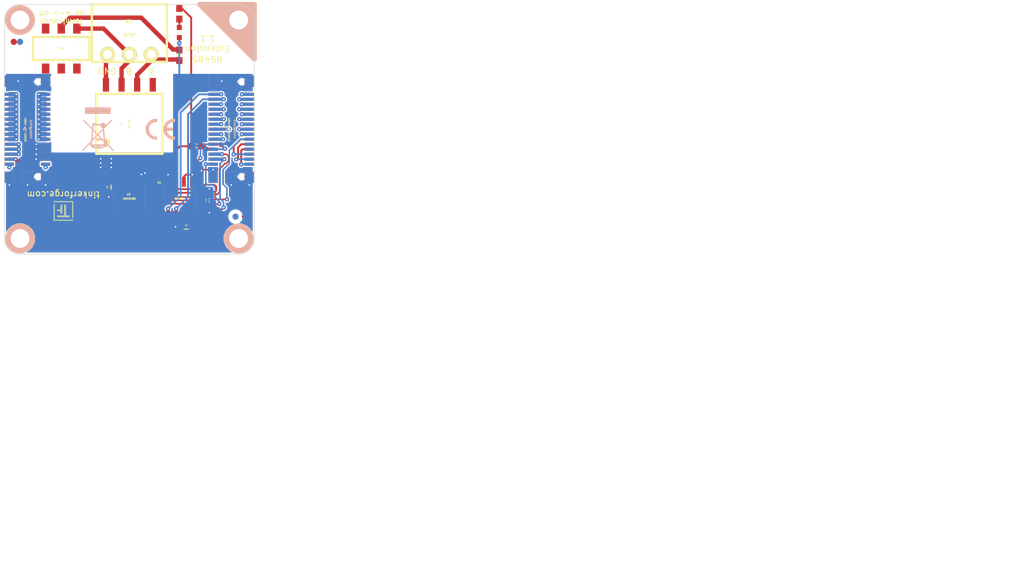
<source format=kicad_pcb>
(kicad_pcb (version 4) (host pcbnew 4.0.2+e4-6225~38~ubuntu15.10.1-stable)
  (title_block (title "RS485 Extension") (date "Do 07 Mai 2015") (rev 1.1) (company "Tinkerforge GmbH") (comment 1 "Licensed under CERN OHL v.1.1") (comment 2 "Copyright (©) 2015, B.Nordmeyer <bastian@tinkerforge.com>"))
  (layers (0 Vorderseite signal) (31 Rückseite signal hide) (34 B.Paste user) (35 F.Paste user) (36 B.SilkS user) (37 F.SilkS user) (38 B.Mask user) (39 F.Mask user) (44 Edge.Cuts user))
  (net 0 "")
  (net 1 3V3)
  (net 2 GND)
  (net 3 RXD)
  (net 4 RXE)
  (net 5 SCL)
  (net 6 SDA)
  (net 7 SELECT)
  (net 8 TXD)
  (net 9 TXE)
  (net 10 "Net-(D1-Pad2)")
  (net 11 "Net-(J1-Pad23)")
  (net 12 "Net-(J1-Pad21)")
  (net 13 "Net-(J1-Pad19)")
  (net 14 "Net-(J1-Pad17)")
  (net 15 "Net-(J1-Pad15)")
  (net 16 "Net-(J1-Pad13)")
  (net 17 "Net-(J1-Pad11)")
  (net 18 "Net-(J1-Pad9)")
  (net 19 "Net-(J1-Pad7)")
  (net 20 "Net-(J1-Pad5)")
  (net 21 "Net-(J1-Pad3)")
  (net 22 "Net-(J1-Pad1)")
  (net 23 "Net-(J1-Pad6)")
  (net 24 "Net-(J1-Pad8)")
  (net 25 "Net-(J1-Pad10)")
  (net 26 "Net-(J1-Pad12)")
  (net 27 "Net-(J1-Pad14)")
  (net 28 "Net-(J1-Pad16)")
  (net 29 "Net-(J1-Pad18)")
  (net 30 "Net-(J1-Pad20)")
  (net 31 "Net-(J1-Pad22)")
  (net 32 "Net-(J1-Pad24)")
  (net 33 "Net-(J3-Pad29)")
  (net 34 "Net-(J3-Pad1)")
  (net 35 "Net-(J3-Pad10)")
  (net 36 "Net-(J3-Pad22)")
  (net 37 "Net-(J3-Pad30)")
  (net 38 "Net-(K1-Pad1)")
  (net 39 "Net-(K1-Pad2)")
  (net 40 "Net-(K1-Pad3)")
  (net 41 "Net-(L1-Pad2)")
  (net 42 "Net-(L1-Pad3)")
  (net 43 "Net-(R1-Pad2)")
  (net 44 "Net-(FILTER1-Pad2)")
  (net 45 "Net-(FILTER1-Pad4)")
  (net 46 "Net-(FILTER1-Pad6)")
  (net 47 "Net-(FILTER1-Pad8)")
  (net 48 "Net-(FILTER1-Pad1)")
  (module Fiducial_Mark (layer Vorderseite) (at 157.59938 106.87558)
    (fp_text reference Fiducial_Mark hide)
    (fp_text value VAL** hide)
    (pad 1 smd circle (at 0 0) (size 1.00076 1.00076) (layers Vorderseite F.Mask) (clearance 0.65024))
  )
  (module Fiducial_Mark (layer Vorderseite) (at 120.60174 78.87462)
    (fp_text reference Fiducial_Mark hide)
    (fp_text value VAL** hide)
    (pad 1 smd circle (at 0 0) (size 1.00076 1.00076) (layers Vorderseite F.Mask) (clearance 0.65024))
  )
  (module Fiducial_Mark (layer Rückseite) (at 156.10078 106.87558)
    (fp_text reference Fiducial_Mark hide)
    (fp_text value VAL** hide)
    (pad 1 smd circle (at 0 0) (size 1.00076 1.00076) (layers Rückseite B.Mask) (clearance 0.65024))
  )
  (module Fiducial_Mark (layer Rückseite) (at 121.59996 78.87462)
    (fp_text reference Fiducial_Mark hide)
    (fp_text value VAL** hide)
    (pad 1 smd circle (at 0 0) (size 1.00076 1.00076) (layers Rückseite B.Mask) (clearance 0.65024))
  )
  (module WEEE_7mm (layer Rückseite) (at 134.1 92.875 180)
    (fp_text reference VAL hide)
    (fp_text value WEEE_7mm hide)
  )
  (module CE_5mm (layer Rückseite) (at 144.1 92.875)
    (fp_text reference VAL hide)
    (fp_text value CE_5mm hide)
  )
  (module kicad-libraries:BTB08-ACS-TOP (layer Vorderseite) (at 155.39974 92.87256 90)
    (fp_text reference J1 (at 0.025 0.475 90) (layer F.SilkS) (effects (font (size 0.3 0.3) (thickness 0.075))))
    (fp_text value STACK-UP-HIGH (at -0.075 -0.325 90) (layer F.SilkS) (effects (font (size 0.3 0.3) (thickness 0.075))))
    (pad 29 smd rect (at -5.59816 2.89814 270) (size 0.49784 1.4986) (layers Vorderseite F.Paste F.Mask))
    (pad 27 smd rect (at -4.79806 2.89814 270) (size 0.49784 1.4986) (layers Vorderseite F.Paste F.Mask))
    (pad 25 smd rect (at -3.99796 2.89814 270) (size 0.49784 1.4986) (layers Vorderseite F.Paste F.Mask))
    (pad 23 smd rect (at -3.19786 2.89814 270) (size 0.49784 1.4986) (layers Vorderseite F.Paste F.Mask) (net 11 "Net-(J1-Pad23)"))
    (pad 21 smd rect (at -2.39776 2.89814 270) (size 0.49784 1.4986) (layers Vorderseite F.Paste F.Mask) (net 12 "Net-(J1-Pad21)"))
    (pad 19 smd rect (at -1.59766 2.89814 270) (size 0.49784 1.4986) (layers Vorderseite F.Paste F.Mask) (net 13 "Net-(J1-Pad19)"))
    (pad 17 smd rect (at -0.79756 2.89814 270) (size 0.49784 1.4986) (layers Vorderseite F.Paste F.Mask) (net 14 "Net-(J1-Pad17)"))
    (pad 15 smd rect (at 0 2.89814 270) (size 0.49784 1.4986) (layers Vorderseite F.Paste F.Mask) (net 15 "Net-(J1-Pad15)"))
    (pad 13 smd rect (at 0.79756 2.89814 270) (size 0.49784 1.4986) (layers Vorderseite F.Paste F.Mask) (net 16 "Net-(J1-Pad13)"))
    (pad 11 smd rect (at 1.59766 2.89814 270) (size 0.49784 1.4986) (layers Vorderseite F.Paste F.Mask) (net 17 "Net-(J1-Pad11)"))
    (pad 9 smd rect (at 2.39776 2.89814 270) (size 0.49784 1.4986) (layers Vorderseite F.Paste F.Mask) (net 18 "Net-(J1-Pad9)"))
    (pad 7 smd rect (at 3.19786 2.89814 270) (size 0.49784 1.4986) (layers Vorderseite F.Paste F.Mask) (net 19 "Net-(J1-Pad7)"))
    (pad 5 smd rect (at 3.99796 2.89814 270) (size 0.49784 1.4986) (layers Vorderseite F.Paste F.Mask) (net 20 "Net-(J1-Pad5)"))
    (pad 3 smd rect (at 4.79806 2.89814 270) (size 0.49784 1.4986) (layers Vorderseite F.Paste F.Mask) (net 21 "Net-(J1-Pad3)"))
    (pad 1 smd rect (at 5.59816 2.89814 270) (size 0.49784 1.4986) (layers Vorderseite F.Paste F.Mask) (net 22 "Net-(J1-Pad1)"))
    (pad 2 smd rect (at 5.59816 -2.89814 90) (size 0.49784 1.4986) (layers Vorderseite F.Paste F.Mask) (net 6 SDA))
    (pad 4 smd rect (at 4.79806 -2.89814 90) (size 0.49784 1.4986) (layers Vorderseite F.Paste F.Mask) (net 5 SCL))
    (pad 6 smd rect (at 3.99796 -2.89814 90) (size 0.49784 1.4986) (layers Vorderseite F.Paste F.Mask) (net 23 "Net-(J1-Pad6)"))
    (pad 8 smd rect (at 3.19786 -2.89814 90) (size 0.49784 1.4986) (layers Vorderseite F.Paste F.Mask) (net 24 "Net-(J1-Pad8)"))
    (pad 10 smd rect (at 2.39776 -2.89814 90) (size 0.49784 1.4986) (layers Vorderseite F.Paste F.Mask) (net 25 "Net-(J1-Pad10)"))
    (pad 12 smd rect (at 1.59766 -2.89814 90) (size 0.49784 1.4986) (layers Vorderseite F.Paste F.Mask) (net 26 "Net-(J1-Pad12)"))
    (pad 14 smd rect (at 0.79756 -2.89814 90) (size 0.49784 1.4986) (layers Vorderseite F.Paste F.Mask) (net 27 "Net-(J1-Pad14)"))
    (pad 16 smd rect (at 0 -2.89814 90) (size 0.49784 1.4986) (layers Vorderseite F.Paste F.Mask) (net 28 "Net-(J1-Pad16)"))
    (pad 18 smd rect (at -0.79756 -2.89814 90) (size 0.49784 1.4986) (layers Vorderseite F.Paste F.Mask) (net 29 "Net-(J1-Pad18)"))
    (pad 20 smd rect (at -1.59766 -2.89814 90) (size 0.49784 1.4986) (layers Vorderseite F.Paste F.Mask) (net 30 "Net-(J1-Pad20)"))
    (pad 22 smd rect (at -2.39776 -2.89814 90) (size 0.49784 1.4986) (layers Vorderseite F.Paste F.Mask) (net 31 "Net-(J1-Pad22)"))
    (pad 24 smd rect (at -3.19786 -2.89814 90) (size 0.49784 1.4986) (layers Vorderseite F.Paste F.Mask) (net 32 "Net-(J1-Pad24)"))
    (pad 26 smd rect (at -3.99796 -2.89814 90) (size 0.49784 1.4986) (layers Vorderseite F.Paste F.Mask) (net 3 RXD))
    (pad 28 smd rect (at -4.79806 -2.89814 90) (size 0.49784 1.4986) (layers Vorderseite F.Paste F.Mask) (net 8 TXD))
    (pad 30 smd rect (at -5.59816 -2.89814 90) (size 0.49784 1.4986) (layers Vorderseite F.Paste F.Mask) (net 9 TXE))
    (pad EP smd rect (at 7.69874 -2.90068 90) (size 1.80086 1.50114) (layers Vorderseite F.Paste F.Mask) (net 2 GND))
    (pad EP smd rect (at 7.69874 2.90068 90) (size 1.80086 1.50114) (layers Vorderseite F.Paste F.Mask) (net 2 GND))
    (pad EP smd rect (at -7.69874 2.90068 90) (size 1.80086 1.50114) (layers Vorderseite F.Paste F.Mask) (net 2 GND))
    (pad EP smd rect (at -7.69874 -2.90068 90) (size 1.80086 1.50114) (layers Vorderseite F.Paste F.Mask) (net 2 GND))
    (pad EP smd rect (at 7.69874 0 90) (size 1.80086 1.99898) (layers Vorderseite F.Paste F.Mask) (net 2 GND))
    (pad EP smd rect (at -7.69874 0 90) (size 1.80086 1.99898) (layers Vorderseite F.Paste F.Mask) (net 2 GND))
    (pad "" thru_hole circle (at 7.59968 1.69926 90) (size 0.8001 0.8001) (drill 0.8001) (layers *.Cu *.Mask F.SilkS))
    (pad "" thru_hole circle (at -7.59968 1.69926 90) (size 0.8001 0.8001) (drill 0.8001) (layers *.Cu *.Mask F.SilkS))
  )
  (module kicad-libraries:BTB08-ACS-BTM (layer Rückseite) (at 155.39974 92.87256 270)
    (fp_text reference J2 (at -0.025 0.625 270) (layer B.SilkS) (effects (font (size 0.3 0.3) (thickness 0.075)) (justify mirror)))
    (fp_text value STACK-DOWN (at -0.025 -0.575 270) (layer B.SilkS) (effects (font (size 0.3 0.3) (thickness 0.075)) (justify mirror)))
    (pad 1 smd rect (at -5.59816 -2.89814 90) (size 0.49784 1.4986) (layers Rückseite B.Paste B.Mask) (net 22 "Net-(J1-Pad1)"))
    (pad 3 smd rect (at -4.79806 -2.89814 90) (size 0.49784 1.4986) (layers Rückseite B.Paste B.Mask) (net 21 "Net-(J1-Pad3)"))
    (pad 5 smd rect (at -3.99796 -2.89814 90) (size 0.49784 1.4986) (layers Rückseite B.Paste B.Mask) (net 20 "Net-(J1-Pad5)"))
    (pad 7 smd rect (at -3.19786 -2.89814 90) (size 0.49784 1.4986) (layers Rückseite B.Paste B.Mask) (net 19 "Net-(J1-Pad7)"))
    (pad 9 smd rect (at -2.39776 -2.89814 90) (size 0.49784 1.4986) (layers Rückseite B.Paste B.Mask) (net 18 "Net-(J1-Pad9)"))
    (pad 11 smd rect (at -1.59766 -2.89814 90) (size 0.49784 1.4986) (layers Rückseite B.Paste B.Mask) (net 17 "Net-(J1-Pad11)"))
    (pad 13 smd rect (at -0.79756 -2.89814 90) (size 0.49784 1.4986) (layers Rückseite B.Paste B.Mask) (net 16 "Net-(J1-Pad13)"))
    (pad 15 smd rect (at 0 -2.89814 90) (size 0.49784 1.4986) (layers Rückseite B.Paste B.Mask) (net 15 "Net-(J1-Pad15)"))
    (pad 17 smd rect (at 0.79756 -2.89814 90) (size 0.49784 1.4986) (layers Rückseite B.Paste B.Mask) (net 14 "Net-(J1-Pad17)"))
    (pad 19 smd rect (at 1.59766 -2.89814 90) (size 0.49784 1.4986) (layers Rückseite B.Paste B.Mask) (net 4 RXE))
    (pad 21 smd rect (at 2.39776 -2.89814 90) (size 0.49784 1.4986) (layers Rückseite B.Paste B.Mask))
    (pad 23 smd rect (at 3.19786 -2.89814 90) (size 0.49784 1.4986) (layers Rückseite B.Paste B.Mask))
    (pad 25 smd rect (at 3.99796 -2.89814 90) (size 0.49784 1.4986) (layers Rückseite B.Paste B.Mask) (net 13 "Net-(J1-Pad19)"))
    (pad 27 smd rect (at 4.79806 -2.89814 90) (size 0.49784 1.4986) (layers Rückseite B.Paste B.Mask) (net 12 "Net-(J1-Pad21)"))
    (pad 29 smd rect (at 5.59816 -2.89814 90) (size 0.49784 1.4986) (layers Rückseite B.Paste B.Mask) (net 11 "Net-(J1-Pad23)"))
    (pad 30 smd rect (at 5.59816 2.89814 270) (size 0.49784 1.4986) (layers Rückseite B.Paste B.Mask) (net 9 TXE))
    (pad 28 smd rect (at 4.79806 2.89814 270) (size 0.49784 1.4986) (layers Rückseite B.Paste B.Mask) (net 8 TXD))
    (pad 26 smd rect (at 3.99796 2.89814 270) (size 0.49784 1.4986) (layers Rückseite B.Paste B.Mask) (net 3 RXD))
    (pad 24 smd rect (at 3.19786 2.89814 270) (size 0.49784 1.4986) (layers Rückseite B.Paste B.Mask) (net 31 "Net-(J1-Pad22)"))
    (pad 22 smd rect (at 2.39776 2.89814 270) (size 0.49784 1.4986) (layers Rückseite B.Paste B.Mask) (net 7 SELECT))
    (pad 20 smd rect (at 1.59766 2.89814 270) (size 0.49784 1.4986) (layers Rückseite B.Paste B.Mask) (net 30 "Net-(J1-Pad20)"))
    (pad 18 smd rect (at 0.79756 2.89814 270) (size 0.49784 1.4986) (layers Rückseite B.Paste B.Mask) (net 29 "Net-(J1-Pad18)"))
    (pad 16 smd rect (at 0 2.89814 270) (size 0.49784 1.4986) (layers Rückseite B.Paste B.Mask) (net 28 "Net-(J1-Pad16)"))
    (pad 14 smd rect (at -0.79756 2.89814 270) (size 0.49784 1.4986) (layers Rückseite B.Paste B.Mask) (net 27 "Net-(J1-Pad14)"))
    (pad 12 smd rect (at -1.59766 2.89814 270) (size 0.49784 1.4986) (layers Rückseite B.Paste B.Mask) (net 26 "Net-(J1-Pad12)"))
    (pad 10 smd rect (at -2.39776 2.89814 270) (size 0.49784 1.4986) (layers Rückseite B.Paste B.Mask) (net 25 "Net-(J1-Pad10)"))
    (pad 8 smd rect (at -3.19786 2.89814 270) (size 0.49784 1.4986) (layers Rückseite B.Paste B.Mask) (net 24 "Net-(J1-Pad8)"))
    (pad 6 smd rect (at -3.99796 2.89814 270) (size 0.49784 1.4986) (layers Rückseite B.Paste B.Mask) (net 23 "Net-(J1-Pad6)"))
    (pad 4 smd rect (at -4.79806 2.89814 270) (size 0.49784 1.4986) (layers Rückseite B.Paste B.Mask) (net 5 SCL))
    (pad 2 smd rect (at -5.59816 2.89814 270) (size 0.49784 1.4986) (layers Rückseite B.Paste B.Mask) (net 6 SDA))
    (pad EP smd rect (at 7.69874 2.90068 270) (size 1.80086 1.50114) (layers Rückseite B.Paste B.Mask) (net 2 GND))
    (pad EP smd rect (at 7.69874 -2.90068 270) (size 1.80086 1.50114) (layers Rückseite B.Paste B.Mask) (net 2 GND))
    (pad EP smd rect (at -7.69874 -2.90068 270) (size 1.80086 1.50114) (layers Rückseite B.Paste B.Mask) (net 2 GND))
    (pad EP smd rect (at -7.69874 2.90068 270) (size 1.80086 1.50114) (layers Rückseite B.Paste B.Mask) (net 2 GND))
    (pad EP smd rect (at 7.69874 0 270) (size 1.80086 1.99898) (layers Rückseite B.Paste B.Mask) (net 2 GND))
    (pad EP smd rect (at -7.69874 0 270) (size 1.80086 1.99898) (layers Rückseite B.Paste B.Mask) (net 2 GND))
    (pad "" thru_hole circle (at 7.59968 -1.69926 270) (size 0.8001 0.8001) (drill 0.8001) (layers *.Cu *.Mask B.SilkS))
    (pad "" thru_hole circle (at -7.59968 -1.69926 270) (size 0.8001 0.8001) (drill 0.8001) (layers *.Cu *.Mask B.SilkS))
  )
  (module kicad-libraries:BTB08-ACS-TOP (layer Vorderseite) (at 122.79884 92.87256 90)
    (fp_text reference J3 (at 0.025 0.475 90) (layer F.SilkS) (effects (font (size 0.3 0.3) (thickness 0.075))))
    (fp_text value STACK-UP-HIGH (at -0.075 -0.325 90) (layer F.SilkS) (effects (font (size 0.3 0.3) (thickness 0.075))))
    (pad 29 smd rect (at -5.59816 2.89814 270) (size 0.49784 1.4986) (layers Vorderseite F.Paste F.Mask) (net 33 "Net-(J3-Pad29)"))
    (pad 27 smd rect (at -4.79806 2.89814 270) (size 0.49784 1.4986) (layers Vorderseite F.Paste F.Mask) (net 2 GND))
    (pad 25 smd rect (at -3.99796 2.89814 270) (size 0.49784 1.4986) (layers Vorderseite F.Paste F.Mask) (net 2 GND))
    (pad 23 smd rect (at -3.19786 2.89814 270) (size 0.49784 1.4986) (layers Vorderseite F.Paste F.Mask) (net 2 GND))
    (pad 21 smd rect (at -2.39776 2.89814 270) (size 0.49784 1.4986) (layers Vorderseite F.Paste F.Mask) (net 2 GND))
    (pad 19 smd rect (at -1.59766 2.89814 270) (size 0.49784 1.4986) (layers Vorderseite F.Paste F.Mask) (net 34 "Net-(J3-Pad1)"))
    (pad 17 smd rect (at -0.79756 2.89814 270) (size 0.49784 1.4986) (layers Vorderseite F.Paste F.Mask) (net 34 "Net-(J3-Pad1)"))
    (pad 15 smd rect (at 0 2.89814 270) (size 0.49784 1.4986) (layers Vorderseite F.Paste F.Mask) (net 34 "Net-(J3-Pad1)"))
    (pad 13 smd rect (at 0.79756 2.89814 270) (size 0.49784 1.4986) (layers Vorderseite F.Paste F.Mask) (net 34 "Net-(J3-Pad1)"))
    (pad 11 smd rect (at 1.59766 2.89814 270) (size 0.49784 1.4986) (layers Vorderseite F.Paste F.Mask) (net 34 "Net-(J3-Pad1)"))
    (pad 9 smd rect (at 2.39776 2.89814 270) (size 0.49784 1.4986) (layers Vorderseite F.Paste F.Mask) (net 34 "Net-(J3-Pad1)"))
    (pad 7 smd rect (at 3.19786 2.89814 270) (size 0.49784 1.4986) (layers Vorderseite F.Paste F.Mask) (net 34 "Net-(J3-Pad1)"))
    (pad 5 smd rect (at 3.99796 2.89814 270) (size 0.49784 1.4986) (layers Vorderseite F.Paste F.Mask) (net 34 "Net-(J3-Pad1)"))
    (pad 3 smd rect (at 4.79806 2.89814 270) (size 0.49784 1.4986) (layers Vorderseite F.Paste F.Mask) (net 34 "Net-(J3-Pad1)"))
    (pad 1 smd rect (at 5.59816 2.89814 270) (size 0.49784 1.4986) (layers Vorderseite F.Paste F.Mask) (net 34 "Net-(J3-Pad1)"))
    (pad 2 smd rect (at 5.59816 -2.89814 90) (size 0.49784 1.4986) (layers Vorderseite F.Paste F.Mask) (net 35 "Net-(J3-Pad10)"))
    (pad 4 smd rect (at 4.79806 -2.89814 90) (size 0.49784 1.4986) (layers Vorderseite F.Paste F.Mask) (net 35 "Net-(J3-Pad10)"))
    (pad 6 smd rect (at 3.99796 -2.89814 90) (size 0.49784 1.4986) (layers Vorderseite F.Paste F.Mask) (net 35 "Net-(J3-Pad10)"))
    (pad 8 smd rect (at 3.19786 -2.89814 90) (size 0.49784 1.4986) (layers Vorderseite F.Paste F.Mask) (net 35 "Net-(J3-Pad10)"))
    (pad 10 smd rect (at 2.39776 -2.89814 90) (size 0.49784 1.4986) (layers Vorderseite F.Paste F.Mask) (net 35 "Net-(J3-Pad10)"))
    (pad 12 smd rect (at 1.59766 -2.89814 90) (size 0.49784 1.4986) (layers Vorderseite F.Paste F.Mask) (net 35 "Net-(J3-Pad10)"))
    (pad 14 smd rect (at 0.79756 -2.89814 90) (size 0.49784 1.4986) (layers Vorderseite F.Paste F.Mask) (net 35 "Net-(J3-Pad10)"))
    (pad 16 smd rect (at 0 -2.89814 90) (size 0.49784 1.4986) (layers Vorderseite F.Paste F.Mask) (net 35 "Net-(J3-Pad10)"))
    (pad 18 smd rect (at -0.79756 -2.89814 90) (size 0.49784 1.4986) (layers Vorderseite F.Paste F.Mask) (net 35 "Net-(J3-Pad10)"))
    (pad 20 smd rect (at -1.59766 -2.89814 90) (size 0.49784 1.4986) (layers Vorderseite F.Paste F.Mask) (net 35 "Net-(J3-Pad10)"))
    (pad 22 smd rect (at -2.39776 -2.89814 90) (size 0.49784 1.4986) (layers Vorderseite F.Paste F.Mask) (net 36 "Net-(J3-Pad22)"))
    (pad 24 smd rect (at -3.19786 -2.89814 90) (size 0.49784 1.4986) (layers Vorderseite F.Paste F.Mask) (net 36 "Net-(J3-Pad22)"))
    (pad 26 smd rect (at -3.99796 -2.89814 90) (size 0.49784 1.4986) (layers Vorderseite F.Paste F.Mask) (net 36 "Net-(J3-Pad22)"))
    (pad 28 smd rect (at -4.79806 -2.89814 90) (size 0.49784 1.4986) (layers Vorderseite F.Paste F.Mask) (net 1 3V3))
    (pad 30 smd rect (at -5.59816 -2.89814 90) (size 0.49784 1.4986) (layers Vorderseite F.Paste F.Mask) (net 37 "Net-(J3-Pad30)"))
    (pad EP smd rect (at 7.69874 -2.90068 90) (size 1.80086 1.50114) (layers Vorderseite F.Paste F.Mask) (net 2 GND))
    (pad EP smd rect (at 7.69874 2.90068 90) (size 1.80086 1.50114) (layers Vorderseite F.Paste F.Mask) (net 2 GND))
    (pad EP smd rect (at -7.69874 2.90068 90) (size 1.80086 1.50114) (layers Vorderseite F.Paste F.Mask) (net 2 GND))
    (pad EP smd rect (at -7.69874 -2.90068 90) (size 1.80086 1.50114) (layers Vorderseite F.Paste F.Mask) (net 2 GND))
    (pad EP smd rect (at 7.69874 0 90) (size 1.80086 1.99898) (layers Vorderseite F.Paste F.Mask) (net 2 GND))
    (pad EP smd rect (at -7.69874 0 90) (size 1.80086 1.99898) (layers Vorderseite F.Paste F.Mask) (net 2 GND))
    (pad "" thru_hole circle (at 7.59968 1.69926 90) (size 0.8001 0.8001) (drill 0.8001) (layers *.Cu *.Mask F.SilkS))
    (pad "" thru_hole circle (at -7.59968 1.69926 90) (size 0.8001 0.8001) (drill 0.8001) (layers *.Cu *.Mask F.SilkS))
  )
  (module kicad-libraries:BTB08-ACS-BTM (layer Rückseite) (at 122.79884 92.87256 270)
    (fp_text reference J4 (at -0.025 0.625 270) (layer B.SilkS) (effects (font (size 0.3 0.3) (thickness 0.075)) (justify mirror)))
    (fp_text value STACK-DOWN (at -0.025 -0.575 270) (layer B.SilkS) (effects (font (size 0.3 0.3) (thickness 0.075)) (justify mirror)))
    (pad 1 smd rect (at -5.59816 -2.89814 90) (size 0.49784 1.4986) (layers Rückseite B.Paste B.Mask) (net 34 "Net-(J3-Pad1)"))
    (pad 3 smd rect (at -4.79806 -2.89814 90) (size 0.49784 1.4986) (layers Rückseite B.Paste B.Mask) (net 34 "Net-(J3-Pad1)"))
    (pad 5 smd rect (at -3.99796 -2.89814 90) (size 0.49784 1.4986) (layers Rückseite B.Paste B.Mask) (net 34 "Net-(J3-Pad1)"))
    (pad 7 smd rect (at -3.19786 -2.89814 90) (size 0.49784 1.4986) (layers Rückseite B.Paste B.Mask) (net 34 "Net-(J3-Pad1)"))
    (pad 9 smd rect (at -2.39776 -2.89814 90) (size 0.49784 1.4986) (layers Rückseite B.Paste B.Mask) (net 34 "Net-(J3-Pad1)"))
    (pad 11 smd rect (at -1.59766 -2.89814 90) (size 0.49784 1.4986) (layers Rückseite B.Paste B.Mask) (net 34 "Net-(J3-Pad1)"))
    (pad 13 smd rect (at -0.79756 -2.89814 90) (size 0.49784 1.4986) (layers Rückseite B.Paste B.Mask) (net 34 "Net-(J3-Pad1)"))
    (pad 15 smd rect (at 0 -2.89814 90) (size 0.49784 1.4986) (layers Rückseite B.Paste B.Mask) (net 34 "Net-(J3-Pad1)"))
    (pad 17 smd rect (at 0.79756 -2.89814 90) (size 0.49784 1.4986) (layers Rückseite B.Paste B.Mask) (net 34 "Net-(J3-Pad1)"))
    (pad 19 smd rect (at 1.59766 -2.89814 90) (size 0.49784 1.4986) (layers Rückseite B.Paste B.Mask) (net 34 "Net-(J3-Pad1)"))
    (pad 21 smd rect (at 2.39776 -2.89814 90) (size 0.49784 1.4986) (layers Rückseite B.Paste B.Mask) (net 2 GND))
    (pad 23 smd rect (at 3.19786 -2.89814 90) (size 0.49784 1.4986) (layers Rückseite B.Paste B.Mask) (net 2 GND))
    (pad 25 smd rect (at 3.99796 -2.89814 90) (size 0.49784 1.4986) (layers Rückseite B.Paste B.Mask) (net 2 GND))
    (pad 27 smd rect (at 4.79806 -2.89814 90) (size 0.49784 1.4986) (layers Rückseite B.Paste B.Mask) (net 2 GND))
    (pad 29 smd rect (at 5.59816 -2.89814 90) (size 0.49784 1.4986) (layers Rückseite B.Paste B.Mask) (net 33 "Net-(J3-Pad29)"))
    (pad 30 smd rect (at 5.59816 2.89814 270) (size 0.49784 1.4986) (layers Rückseite B.Paste B.Mask) (net 37 "Net-(J3-Pad30)"))
    (pad 28 smd rect (at 4.79806 2.89814 270) (size 0.49784 1.4986) (layers Rückseite B.Paste B.Mask) (net 1 3V3))
    (pad 26 smd rect (at 3.99796 2.89814 270) (size 0.49784 1.4986) (layers Rückseite B.Paste B.Mask) (net 36 "Net-(J3-Pad22)"))
    (pad 24 smd rect (at 3.19786 2.89814 270) (size 0.49784 1.4986) (layers Rückseite B.Paste B.Mask) (net 36 "Net-(J3-Pad22)"))
    (pad 22 smd rect (at 2.39776 2.89814 270) (size 0.49784 1.4986) (layers Rückseite B.Paste B.Mask) (net 36 "Net-(J3-Pad22)"))
    (pad 20 smd rect (at 1.59766 2.89814 270) (size 0.49784 1.4986) (layers Rückseite B.Paste B.Mask) (net 35 "Net-(J3-Pad10)"))
    (pad 18 smd rect (at 0.79756 2.89814 270) (size 0.49784 1.4986) (layers Rückseite B.Paste B.Mask) (net 35 "Net-(J3-Pad10)"))
    (pad 16 smd rect (at 0 2.89814 270) (size 0.49784 1.4986) (layers Rückseite B.Paste B.Mask) (net 35 "Net-(J3-Pad10)"))
    (pad 14 smd rect (at -0.79756 2.89814 270) (size 0.49784 1.4986) (layers Rückseite B.Paste B.Mask) (net 35 "Net-(J3-Pad10)"))
    (pad 12 smd rect (at -1.59766 2.89814 270) (size 0.49784 1.4986) (layers Rückseite B.Paste B.Mask) (net 35 "Net-(J3-Pad10)"))
    (pad 10 smd rect (at -2.39776 2.89814 270) (size 0.49784 1.4986) (layers Rückseite B.Paste B.Mask) (net 35 "Net-(J3-Pad10)"))
    (pad 8 smd rect (at -3.19786 2.89814 270) (size 0.49784 1.4986) (layers Rückseite B.Paste B.Mask) (net 35 "Net-(J3-Pad10)"))
    (pad 6 smd rect (at -3.99796 2.89814 270) (size 0.49784 1.4986) (layers Rückseite B.Paste B.Mask) (net 35 "Net-(J3-Pad10)"))
    (pad 4 smd rect (at -4.79806 2.89814 270) (size 0.49784 1.4986) (layers Rückseite B.Paste B.Mask) (net 35 "Net-(J3-Pad10)"))
    (pad 2 smd rect (at -5.59816 2.89814 270) (size 0.49784 1.4986) (layers Rückseite B.Paste B.Mask) (net 35 "Net-(J3-Pad10)"))
    (pad EP smd rect (at 7.69874 2.90068 270) (size 1.80086 1.50114) (layers Rückseite B.Paste B.Mask) (net 2 GND))
    (pad EP smd rect (at 7.69874 -2.90068 270) (size 1.80086 1.50114) (layers Rückseite B.Paste B.Mask) (net 2 GND))
    (pad EP smd rect (at -7.69874 -2.90068 270) (size 1.80086 1.50114) (layers Rückseite B.Paste B.Mask) (net 2 GND))
    (pad EP smd rect (at -7.69874 2.90068 270) (size 1.80086 1.50114) (layers Rückseite B.Paste B.Mask) (net 2 GND))
    (pad EP smd rect (at 7.69874 0 270) (size 1.80086 1.99898) (layers Rückseite B.Paste B.Mask) (net 2 GND))
    (pad EP smd rect (at -7.69874 0 270) (size 1.80086 1.99898) (layers Rückseite B.Paste B.Mask) (net 2 GND))
    (pad "" thru_hole circle (at 7.59968 -1.69926 270) (size 0.8001 0.8001) (drill 0.8001) (layers *.Cu *.Mask B.SilkS))
    (pad "" thru_hole circle (at -7.59968 -1.69926 270) (size 0.8001 0.8001) (drill 0.8001) (layers *.Cu *.Mask B.SilkS))
  )
  (module kicad-libraries:OQ_3P (layer Vorderseite) (at 139.10056 80.8736 180)
    (fp_text reference K1 (at 0.00056 5.2736 180) (layer F.SilkS) (effects (font (size 0.59944 0.59944) (thickness 0.12446))))
    (fp_text value grey (at 0 3.2004 180) (layer F.SilkS) (effects (font (size 0.59944 0.59944) (thickness 0.12446))))
    (pad 1 thru_hole circle (at -3.49758 0 180) (size 2.4003 2.4003) (drill 1.39954) (layers *.Cu *.Mask F.SilkS) (net 38 "Net-(K1-Pad1)"))
    (pad 2 thru_hole circle (at 0 0 180) (size 2.4003 2.4003) (drill 1.39954) (layers *.Cu *.Mask F.SilkS) (net 39 "Net-(K1-Pad2)"))
    (pad 3 thru_hole circle (at 3.50012 0 180) (size 2.4003 2.4003) (drill 1.39954) (layers *.Cu *.Mask F.SilkS) (net 40 "Net-(K1-Pad3)"))
  )
  (module kicad-libraries:WE-SL (layer Vorderseite) (at 139.1 92 90)
    (fp_text reference L1 (at 0 -1.39954 90) (layer F.SilkS) (effects (font (size 0.29972 0.29972) (thickness 0.0762))))
    (fp_text value WE-SL (at 0 0 90) (layer F.SilkS) (effects (font (size 0.29972 0.29972) (thickness 0.0762))))
    (pad 1 smd rect (at -6.25094 -3.74904 90) (size 2.19964 1.00076) (layers Vorderseite F.Paste F.Mask) (net 2 GND))
    (pad 2 smd rect (at -6.25094 -1.24968 90) (size 2.19964 1.00076) (layers Vorderseite F.Paste F.Mask) (net 41 "Net-(L1-Pad2)"))
    (pad 3 smd rect (at -6.25094 1.24968 90) (size 2.19964 1.00076) (layers Vorderseite F.Paste F.Mask) (net 42 "Net-(L1-Pad3)"))
    (pad 4 smd rect (at -6.25094 3.74904 90) (size 2.19964 1.00076) (layers Vorderseite F.Paste F.Mask))
    (pad 5 smd rect (at 6.25094 3.74904 90) (size 2.19964 1.00076) (layers Vorderseite F.Paste F.Mask))
    (pad 6 smd rect (at 6.25094 1.24968 90) (size 2.19964 1.00076) (layers Vorderseite F.Paste F.Mask) (net 38 "Net-(K1-Pad1)"))
    (pad 7 smd rect (at 6.25094 -1.24968 90) (size 2.19964 1.00076) (layers Vorderseite F.Paste F.Mask) (net 39 "Net-(K1-Pad2)"))
    (pad 8 smd rect (at 6.25094 -3.74904 90) (size 2.19964 1.00076) (layers Vorderseite F.Paste F.Mask) (net 40 "Net-(K1-Pad3)"))
  )
  (module kicad-libraries:SOIC8 (layer Vorderseite) (at 139.1 104)
    (fp_text reference U2 (at -0.1 -0.7) (layer F.SilkS) (effects (font (size 0.29972 0.29972) (thickness 0.0762))))
    (fp_text value ADM3485 (at 0 0) (layer F.SilkS) (effects (font (size 0.29972 0.29972) (thickness 0.0762))))
    (pad 1 smd rect (at -1.90246 2.69748 180) (size 0.59944 1.5494) (layers Vorderseite F.Paste F.Mask) (net 44 "Net-(FILTER1-Pad2)"))
    (pad 2 smd rect (at -0.63246 2.69748 180) (size 0.59944 1.5494) (layers Vorderseite F.Paste F.Mask) (net 45 "Net-(FILTER1-Pad4)"))
    (pad 3 smd rect (at 0.63246 2.69748 180) (size 0.59944 1.5494) (layers Vorderseite F.Paste F.Mask) (net 46 "Net-(FILTER1-Pad6)"))
    (pad 4 smd rect (at 1.90246 2.69748 180) (size 0.59944 1.5494) (layers Vorderseite F.Paste F.Mask) (net 47 "Net-(FILTER1-Pad8)"))
    (pad 5 smd rect (at 1.90246 -2.69748) (size 0.59944 1.5494) (layers Vorderseite F.Paste F.Mask) (net 2 GND))
    (pad 6 smd rect (at 0.63246 -2.69748) (size 0.59944 1.5494) (layers Vorderseite F.Paste F.Mask) (net 42 "Net-(L1-Pad3)"))
    (pad 7 smd rect (at -0.63246 -2.69748) (size 0.59944 1.5494) (layers Vorderseite F.Paste F.Mask) (net 41 "Net-(L1-Pad2)"))
    (pad 8 smd rect (at -1.90246 -2.69748) (size 0.59944 1.5494) (layers Vorderseite F.Paste F.Mask) (net 1 3V3))
  )
  (module kicad-libraries:DRILL_NP (layer Vorderseite) (at 121.59996 75.37196 90)
    (fp_text reference U3 hide)
    (fp_text value DRILL hide)
    (pad "" np_thru_hole circle (at 0 0 90) (size 2.99974 2.99974) (drill 2.99974) (layers *.Cu *.Mask F.SilkS) (clearance 0.89916))
  )
  (module kicad-libraries:DRILL_NP (layer Vorderseite) (at 156.59862 75.37196)
    (fp_text reference U4 hide)
    (fp_text value DRILL hide)
    (pad "" np_thru_hole circle (at 0 0) (size 2.99974 2.99974) (drill 2.99974) (layers *.Cu *.Mask F.SilkS) (clearance 0.89916))
  )
  (module kicad-libraries:DRILL_NP (layer Vorderseite) (at 156.59862 110.37316 90)
    (fp_text reference U5 hide)
    (fp_text value DRILL hide)
    (pad "" np_thru_hole circle (at 0 0 90) (size 2.99974 2.99974) (drill 2.99974) (layers *.Cu *.Mask F.SilkS) (clearance 0.89916))
  )
  (module kicad-libraries:DRILL_NP (layer Vorderseite) (at 121.59996 110.37316)
    (fp_text reference U6 hide)
    (fp_text value DRILL hide)
    (pad "" np_thru_hole circle (at 0 0) (size 2.99974 2.99974) (drill 2.99974) (layers *.Cu *.Mask F.SilkS) (clearance 0.89916))
  )
  (module kicad-libraries:SLIDE_SWITCH (layer Vorderseite) (at 128.19888 79.94904 180)
    (fp_text reference SW1 (at -4.79806 2.60096 180) (layer F.SilkS) (effects (font (size 0.29972 0.29972) (thickness 0.0762))))
    (fp_text value TER (at 0 0 180) (layer F.SilkS) (effects (font (size 0.29972 0.29972) (thickness 0.0762))))
    (pad 6 smd rect (at -2.49936 -3.2004 180) (size 1.19888 1.6002) (layers Vorderseite F.Paste F.Mask))
    (pad 5 smd rect (at 0 -3.2004 180) (size 1.19888 1.6002) (layers Vorderseite F.Paste F.Mask))
    (pad 4 smd rect (at 2.49936 -3.2004 180) (size 1.19888 1.6002) (layers Vorderseite F.Paste F.Mask))
    (pad 3 smd rect (at 2.49936 3.2004 180) (size 1.19888 1.6002) (layers Vorderseite F.Paste F.Mask))
    (pad 2 smd rect (at 0 3.2004 180) (size 1.19888 1.6002) (layers Vorderseite F.Paste F.Mask) (net 43 "Net-(R1-Pad2)"))
    (pad 1 smd rect (at -2.49936 3.2004 180) (size 1.19888 1.6002) (layers Vorderseite F.Paste F.Mask) (net 39 "Net-(K1-Pad2)"))
    (pad "" np_thru_hole circle (at -3.5 -0.9 180) (size 1.2 1.2) (drill 1.2) (layers *.Cu *.Mask F.SilkS))
    (pad "" np_thru_hole circle (at -3.5 0.9 180) (size 1.2 1.2) (drill 1.2) (layers *.Cu *.Mask F.SilkS))
    (pad "" np_thru_hole circle (at 3.6 -0.9 180) (size 1.2 1.2) (drill 1.2) (layers *.Cu *.Mask F.SilkS))
    (pad "" np_thru_hole circle (at 3.6 0.9 180) (size 1.2 1.2) (drill 1.2) (layers *.Cu *.Mask F.SilkS))
  )
  (module kicad-libraries:DFN16-33x135 (layer Vorderseite) (at 151.9 104.3 90)
    (fp_text reference FILTER1 (at 0 -0.5 90) (layer F.SilkS) (effects (font (size 0.127 0.127) (thickness 0.03175))))
    (fp_text value Filter-8x (at 0 0 90) (layer F.SilkS) (effects (font (size 0.127 0.127) (thickness 0.03175))))
    (pad 1 smd rect (at 1.4 -0.675 90) (size 0.25 0.6) (layers Vorderseite F.Paste F.Mask) (net 48 "Net-(FILTER1-Pad1)"))
    (pad 2 smd rect (at 1 -0.675 90) (size 0.25 0.6) (layers Vorderseite F.Paste F.Mask) (net 44 "Net-(FILTER1-Pad2)"))
    (pad 3 smd rect (at 0.6 -0.675 90) (size 0.25 0.6) (layers Vorderseite F.Paste F.Mask))
    (pad 4 smd rect (at 0.2 -0.675 90) (size 0.25 0.6) (layers Vorderseite F.Paste F.Mask) (net 45 "Net-(FILTER1-Pad4)"))
    (pad 5 smd rect (at -0.2 -0.675 90) (size 0.25 0.6) (layers Vorderseite F.Paste F.Mask))
    (pad 6 smd rect (at -0.6 -0.675 90) (size 0.25 0.6) (layers Vorderseite F.Paste F.Mask) (net 46 "Net-(FILTER1-Pad6)"))
    (pad 7 smd rect (at -1 -0.675 90) (size 0.25 0.6) (layers Vorderseite F.Paste F.Mask))
    (pad 8 smd rect (at -1.4 -0.675 90) (size 0.25 0.6) (layers Vorderseite F.Paste F.Mask) (net 47 "Net-(FILTER1-Pad8)"))
    (pad 9 smd rect (at -1.4 0.675 90) (size 0.25 0.6) (layers Vorderseite F.Paste F.Mask) (net 8 TXD))
    (pad 10 smd rect (at -1 0.675 90) (size 0.25 0.6) (layers Vorderseite F.Paste F.Mask))
    (pad 11 smd rect (at -0.6 0.675 90) (size 0.25 0.6) (layers Vorderseite F.Paste F.Mask) (net 9 TXE))
    (pad 12 smd rect (at -0.2 0.675 90) (size 0.25 0.6) (layers Vorderseite F.Paste F.Mask))
    (pad 13 smd rect (at 0.2 0.675 90) (size 0.25 0.6) (layers Vorderseite F.Paste F.Mask) (net 4 RXE))
    (pad 14 smd rect (at 0.6 0.675 90) (size 0.25 0.6) (layers Vorderseite F.Paste F.Mask))
    (pad 15 smd rect (at 1 0.675 90) (size 0.25 0.6) (layers Vorderseite F.Paste F.Mask) (net 3 RXD))
    (pad 16 smd rect (at 1.4 0.675 90) (size 0.25 0.6) (layers Vorderseite F.Paste F.Mask) (net 7 SELECT))
    (pad EXP smd rect (at 0 0 90) (size 2.8 0.4) (layers Vorderseite F.Paste F.Mask) (net 2 GND))
  )
  (module kicad-libraries:SOIC8 (layer Vorderseite) (at 147.2 104 180)
    (fp_text reference U1 (at 3.29946 2.60096 180) (layer F.SilkS) (effects (font (size 0.29972 0.29972) (thickness 0.0762))))
    (fp_text value M24C64 (at 0 0 180) (layer F.SilkS) (effects (font (size 0.29972 0.29972) (thickness 0.0762))))
    (pad 1 smd rect (at -1.90246 2.69748) (size 0.59944 1.5494) (layers Vorderseite F.Paste F.Mask) (net 2 GND))
    (pad 2 smd rect (at -0.63246 2.69748) (size 0.59944 1.5494) (layers Vorderseite F.Paste F.Mask) (net 2 GND))
    (pad 3 smd rect (at 0.63246 2.69748) (size 0.59944 1.5494) (layers Vorderseite F.Paste F.Mask) (net 48 "Net-(FILTER1-Pad1)"))
    (pad 4 smd rect (at 1.90246 2.69748) (size 0.59944 1.5494) (layers Vorderseite F.Paste F.Mask) (net 2 GND))
    (pad 5 smd rect (at 1.90246 -2.69748 180) (size 0.59944 1.5494) (layers Vorderseite F.Paste F.Mask) (net 6 SDA))
    (pad 6 smd rect (at 0.63246 -2.69748 180) (size 0.59944 1.5494) (layers Vorderseite F.Paste F.Mask) (net 5 SCL))
    (pad 7 smd rect (at -0.63246 -2.69748 180) (size 0.59944 1.5494) (layers Vorderseite F.Paste F.Mask))
    (pad 8 smd rect (at -1.90246 -2.69748 180) (size 0.59944 1.5494) (layers Vorderseite F.Paste F.Mask) (net 1 3V3))
  )
  (module kicad-libraries:D0603 (layer Vorderseite) (at 147.1 77.375 270)
    (fp_text reference R2 (at -0.025 -0.2 270) (layer F.SilkS) (effects (font (size 0.2 0.2) (thickness 0.05))))
    (fp_text value 1k (at 0.075 0.3 270) (layer F.SilkS) (effects (font (size 0.2 0.2) (thickness 0.05))))
    (pad 1 smd rect (at -0.8001 0 270) (size 0.8001 0.8001) (layers Vorderseite F.Paste F.Mask) (net 10 "Net-(D1-Pad2)"))
    (pad 2 smd rect (at 0.8001 0 270) (size 0.8001 0.8001) (layers Vorderseite F.Paste F.Mask) (net 2 GND))
  )
  (module kicad-libraries:Logo_31x31 (layer Vorderseite) (at 130.125 107.55 180)
    (fp_text reference Ref** hide)
    (fp_text value Val** hide)
  )
  (module kicad-libraries:0603E (layer Vorderseite) (at 149.8 95.6)
    (fp_text reference R3 (at 0.05 0.225) (layer F.SilkS) (effects (font (size 0.2 0.2) (thickness 0.05))))
    (fp_text value 1k (at 0.05 -0.375) (layer F.SilkS) (effects (font (size 0.2 0.2) (thickness 0.05))))
    (pad 1 smd rect (at -0.8501 0) (size 1.1 1) (layers Vorderseite F.Paste F.Mask) (net 1 3V3))
    (pad 2 smd rect (at 0.8501 0) (size 1.1 1) (layers Vorderseite F.Paste F.Mask) (net 32 "Net-(J1-Pad24)"))
  )
  (module kicad-libraries:0603E (layer Vorderseite) (at 147.09902 74.37374 270)
    (fp_text reference D1 (at 0.05 0.225 270) (layer F.SilkS) (effects (font (size 0.2 0.2) (thickness 0.05))))
    (fp_text value LED (at 0.05 -0.375 270) (layer F.SilkS) (effects (font (size 0.2 0.2) (thickness 0.05))))
    (pad 1 smd rect (at -0.8501 0 270) (size 1.1 1) (layers Vorderseite F.Paste F.Mask) (net 1 3V3))
    (pad 2 smd rect (at 0.8501 0 270) (size 1.1 1) (layers Vorderseite F.Paste F.Mask) (net 10 "Net-(D1-Pad2)"))
  )
  (module kicad-libraries:0603E (layer Vorderseite) (at 135.8 102.1 270)
    (fp_text reference C2 (at 0.05 0.225 270) (layer F.SilkS) (effects (font (size 0.2 0.2) (thickness 0.05))))
    (fp_text value 100nF (at 0.05 -0.375 270) (layer F.SilkS) (effects (font (size 0.2 0.2) (thickness 0.05))))
    (pad 1 smd rect (at -0.8501 0 270) (size 1.1 1) (layers Vorderseite F.Paste F.Mask) (net 1 3V3))
    (pad 2 smd rect (at 0.8501 0 270) (size 1.1 1) (layers Vorderseite F.Paste F.Mask) (net 2 GND))
  )
  (module kicad-libraries:0603E (layer Vorderseite) (at 148.3 108.5 180)
    (fp_text reference C1 (at 0.05 0.225 180) (layer F.SilkS) (effects (font (size 0.2 0.2) (thickness 0.05))))
    (fp_text value 100nF (at 0.05 -0.375 180) (layer F.SilkS) (effects (font (size 0.2 0.2) (thickness 0.05))))
    (pad 1 smd rect (at -0.8501 0 180) (size 1.1 1) (layers Vorderseite F.Paste F.Mask) (net 1 3V3))
    (pad 2 smd rect (at 0.8501 0 180) (size 1.1 1) (layers Vorderseite F.Paste F.Mask) (net 2 GND))
  )
  (module kicad-libraries:0603E (layer Vorderseite) (at 147.1 81.025 90)
    (fp_text reference R1 (at 0.05 0.225 90) (layer F.SilkS) (effects (font (size 0.2 0.2) (thickness 0.05))))
    (fp_text value 120 (at 0.05 -0.375 90) (layer F.SilkS) (effects (font (size 0.2 0.2) (thickness 0.05))))
    (pad 1 smd rect (at -0.8501 0 90) (size 1.1 1) (layers Vorderseite F.Paste F.Mask) (net 38 "Net-(K1-Pad1)"))
    (pad 2 smd rect (at 0.8501 0 90) (size 1.1 1) (layers Vorderseite F.Paste F.Mask) (net 43 "Net-(R1-Pad2)"))
  )
  (gr_line (start 156.19984 75.87488) (end 156.14904 75.87488) (angle 90) (layer B.SilkS) (width 0.8001))
  (gr_line (start 156.19984 76.42352) (end 156.19984 75.87488) (angle 90) (layer B.SilkS) (width 0.8001))
  (gr_line (start 155.24988 75.47356) (end 156.19984 76.42352) (angle 90) (layer B.SilkS) (width 0.8001))
  (gr_line (start 156.75102 75.47356) (end 155.24988 75.47356) (angle 90) (layer B.SilkS) (width 0.8001))
  (gr_line (start 156.75102 77.57414) (end 156.75102 75.47356) (angle 90) (layer B.SilkS) (width 0.8001))
  (gr_line (start 154.051 74.87412) (end 156.75102 77.57414) (angle 90) (layer B.SilkS) (width 0.8001))
  (gr_line (start 157.29966 74.87412) (end 154.051 74.87412) (angle 90) (layer B.SilkS) (width 0.8001))
  (gr_line (start 157.29966 78.72222) (end 157.29966 74.87412) (angle 90) (layer B.SilkS) (width 0.8001))
  (gr_line (start 152.80132 74.22388) (end 157.29966 78.72222) (angle 90) (layer B.SilkS) (width 0.8001))
  (gr_line (start 157.85084 74.22388) (end 152.80132 74.22388) (angle 90) (layer B.SilkS) (width 0.8001))
  (gr_line (start 157.85084 79.97444) (end 157.85084 74.22388) (angle 90) (layer B.SilkS) (width 0.8001))
  (gr_line (start 151.50084 73.62444) (end 157.85084 79.97444) (angle 90) (layer B.SilkS) (width 0.8001))
  (gr_line (start 158.60014 73.62444) (end 151.50084 73.62444) (angle 90) (layer B.SilkS) (width 0.8001))
  (gr_line (start 158.60014 80.47482) (end 158.60014 73.62444) (angle 90) (layer B.SilkS) (width 0.8001))
  (gr_line (start 150.35022 72.87514) (end 159.10052 81.62544) (angle 90) (layer B.SilkS) (width 0.8001))
  (gr_line (start 159.10052 72.87514) (end 150.35022 72.87514) (angle 90) (layer B.SilkS) (width 0.8001))
  (gr_line (start 159.10052 81.62544) (end 159.10052 72.87514) (angle 90) (layer B.SilkS) (width 0.8001))
  (gr_text GND (at 135.57504 83.52536 180) (layer F.SilkS) (effects (font (size 1.00076 1.00076) (thickness 0.14986))))
  (gr_text B (at 139.04976 83.57362 180) (layer F.SilkS) (effects (font (size 1.00076 1.00076) (thickness 0.14986))))
  (gr_line (start 156.14904 75.87488) (end 156.4259 75.87488) (angle 90) (layer F.SilkS) (width 0.59944))
  (gr_line (start 155.69946 75.4253) (end 156.14904 75.87488) (angle 90) (layer F.SilkS) (width 0.59944))
  (gr_line (start 156.70022 75.4253) (end 155.69946 75.4253) (angle 90) (layer F.SilkS) (width 0.59944))
  (gr_line (start 156.70022 76.82484) (end 156.70022 75.4253) (angle 90) (layer F.SilkS) (width 0.59944))
  (gr_line (start 154.95016 75.07478) (end 156.70022 76.82484) (angle 90) (layer F.SilkS) (width 0.8001))
  (gr_line (start 157.14726 75.07478) (end 154.95016 75.07478) (angle 90) (layer F.SilkS) (width 0.59944))
  (gr_line (start 157.14726 77.82306) (end 157.14726 75.07478) (angle 90) (layer F.SilkS) (width 0.59944))
  (gr_line (start 153.924 74.5998) (end 157.14726 77.82306) (angle 90) (layer F.SilkS) (width 0.59944))
  (gr_line (start 157.55112 74.5998) (end 153.924 74.5998) (angle 90) (layer F.SilkS) (width 0.59944))
  (gr_line (start 157.55112 78.82382) (end 157.55112 74.5998) (angle 90) (layer F.SilkS) (width 0.59944))
  (gr_line (start 152.95118 74.22388) (end 157.55112 78.82382) (angle 90) (layer F.SilkS) (width 0.8001))
  (gr_line (start 157.8991 74.22388) (end 152.95118 74.22388) (angle 90) (layer F.SilkS) (width 0.59944))
  (gr_line (start 157.8991 79.74838) (end 157.8991 74.22388) (angle 90) (layer F.SilkS) (width 0.59944))
  (gr_line (start 151.92502 73.7743) (end 157.8991 79.74838) (angle 90) (layer F.SilkS) (width 0.59944))
  (gr_line (start 158.39948 73.7743) (end 151.92502 73.7743) (angle 90) (layer F.SilkS) (width 0.59944))
  (gr_line (start 158.39948 80.69834) (end 158.39948 73.7743) (angle 90) (layer F.SilkS) (width 0.59944))
  (gr_line (start 150.97506 73.27392) (end 158.39948 80.69834) (angle 90) (layer F.SilkS) (width 0.8001))
  (gr_line (start 158.84906 73.27392) (end 150.97506 73.27392) (angle 90) (layer F.SilkS) (width 0.59944))
  (gr_line (start 158.84906 81.12506) (end 158.84906 73.27392) (angle 90) (layer F.SilkS) (width 0.59944))
  (gr_line (start 159.10052 72.87514) (end 159.10052 81.62544) (angle 90) (layer F.SilkS) (width 0.8001))
  (gr_line (start 150.35022 72.87514) (end 159.10052 72.87514) (angle 90) (layer F.SilkS) (width 0.8001))
  (gr_line (start 159.10052 81.62544) (end 150.35022 72.87514) (angle 90) (layer F.SilkS) (width 0.8001))
  (gr_line (start 119.09806 75.37196) (end 119.09806 110.37316) (angle 90) (layer Edge.Cuts) (width 0.09906))
  (gr_line (start 156.59862 72.8726) (end 121.59996 72.8726) (angle 90) (layer Edge.Cuts) (width 0.09906))
  (gr_line (start 159.09798 110.37316) (end 159.09798 75.37196) (angle 90) (layer Edge.Cuts) (width 0.09906))
  (gr_line (start 121.59996 112.87252) (end 156.59862 112.87252) (angle 90) (layer Edge.Cuts) (width 0.09906))
  (gr_arc (start 156.59862 75.37196) (end 156.59862 72.8726) (angle 90) (layer Edge.Cuts) (width 0.09906))
  (gr_arc (start 121.59996 75.37196) (end 119.09806 75.37196) (angle 90) (layer Edge.Cuts) (width 0.09906))
  (gr_arc (start 121.59996 110.37316) (end 121.59996 112.87252) (angle 90) (layer Edge.Cuts) (width 0.09906))
  (gr_arc (start 156.59862 110.37316) (end 159.09798 110.37316) (angle 90) (layer Edge.Cuts) (width 0.09906))
  (gr_text tinkerforge.com (at 128.525 103.325 180) (layer F.SilkS) (effects (font (size 1.00076 1.00076) (thickness 0.14986))))
  (gr_text "Termination\non <-> off" (at 128.22428 74.95032 180) (layer F.SilkS) (effects (font (size 0.8001 0.8001) (thickness 0.14986))))
  (gr_text A (at 142.60068 83.52536 180) (layer F.SilkS) (effects (font (size 1.00076 1.00076) (thickness 0.14986))))
  (gr_text "RS485\nExtension\n1.1" (at 151.6 80 180) (layer F.SilkS) (effects (font (size 1.00076 1.00076) (thickness 0.14986))))
  (segment (start 148.9999 95.6) (end 147.2 95.6) (width 0.29972) (layer Vorderseite) (net 1))
  (segment (start 135 106.4) (end 129.1 106.4) (width 0.29972) (layer Vorderseite) (net 1))
  (segment (start 138.975 102.425) (end 135 106.4) (width 0.29972) (layer Vorderseite) (net 1))
  (segment (start 142.175 102.425) (end 138.975 102.425) (width 0.29972) (layer Vorderseite) (net 1))
  (segment (start 143.8 100.8) (end 142.175 102.425) (width 0.29972) (layer Vorderseite) (net 1))
  (segment (start 143.8 99) (end 143.8 100.8) (width 0.29972) (layer Vorderseite) (net 1))
  (segment (start 147.2 95.6) (end 143.8 99) (width 0.29972) (layer Vorderseite) (net 1))
  (segment (start 149.1001 108.5) (end 149.1001 106.69984) (width 0.70104) (layer Vorderseite) (net 1))
  (segment (start 149.1001 106.69984) (end 149.10246 106.69748) (width 0.70104) (layer Vorderseite) (net 1))
  (segment (start 129.1 110.4) (end 147.6 110.4) (width 0.70104) (layer Vorderseite) (net 1))
  (segment (start 147.6 110.4) (end 149.1001 108.8999) (width 0.70104) (layer Vorderseite) (net 1))
  (segment (start 149.1001 108.8999) (end 149.1001 108.5) (width 0.70104) (layer Vorderseite) (net 1))
  (segment (start 148.9999 95.6) (end 148.9999 74.9999) (width 0.29972) (layer Vorderseite) (net 1))
  (segment (start 147.57364 73.57364) (end 147.09902 73.57364) (width 0.29972) (layer Vorderseite) (net 1))
  (segment (start 148.9999 74.9999) (end 147.57364 73.57364) (width 0.29972) (layer Vorderseite) (net 1))
  (segment (start 121.2 97.97424) (end 120.89892 97.67316) (width 0.70104) (layer Vorderseite) (net 1))
  (segment (start 121.2 102.5) (end 121.2 97.97424) (width 0.70104) (layer Vorderseite) (net 1))
  (segment (start 129.1 110.4) (end 121.2 102.5) (width 0.70104) (layer Vorderseite) (net 1))
  (segment (start 135.8 101.2999) (end 134.2001 101.2999) (width 0.70104) (layer Vorderseite) (net 1))
  (segment (start 134.2001 101.2999) (end 129.1 106.4) (width 0.70104) (layer Vorderseite) (net 1))
  (segment (start 129.1 106.4) (end 129.1 110.4) (width 0.70104) (layer Vorderseite) (net 1))
  (segment (start 137.19754 101.30252) (end 135.80262 101.30252) (width 0.70104) (layer Vorderseite) (net 1))
  (segment (start 135.80262 101.30252) (end 135.8 101.2999) (width 0.70104) (layer Vorderseite) (net 1))
  (segment (start 120.89638 97.67062) (end 120.89892 97.67316) (width 0.50038) (layer Rückseite) (net 1))
  (via (at 120.89892 97.67316) (size 0.70104) (layers Vorderseite Rückseite) (net 1))
  (segment (start 120.89892 97.67316) (end 120.89638 97.67062) (width 0.50038) (layer Vorderseite) (net 1))
  (segment (start 120.89638 97.67062) (end 119.9007 97.67062) (width 0.50038) (layer Vorderseite) (net 1))
  (segment (start 119.9007 97.67062) (end 120.89638 97.67062) (width 0.50038) (layer Rückseite) (net 1))
  (segment (start 152.49906 85.17382) (end 150.02618 85.17382) (width 0.29972) (layer Rückseite) (net 2))
  (segment (start 150.02618 85.17382) (end 147.10156 88.09844) (width 0.29972) (layer Rückseite) (net 2))
  (segment (start 147.10156 78.17612) (end 147.10156 79.07528) (width 0.29972) (layer Vorderseite) (net 2))
  (segment (start 147.10156 79.07528) (end 147.10156 88.09844) (width 0.29972) (layer Rückseite) (net 2))
  (via (at 147.10156 79.07528) (size 0.70104) (layers Vorderseite Rückseite) (net 2))
  (segment (start 141.00246 100.49754) (end 141.6 99.9) (width 0.50038) (layer Vorderseite) (net 2))
  (via (at 141.6 99.9) (size 0.70104) (layers Vorderseite Rückseite) (net 2))
  (segment (start 141.00246 100.49754) (end 141.00246 101.30252) (width 0.50038) (layer Vorderseite) (net 2))
  (segment (start 143.3 108.5) (end 146.4999 108.5) (width 0.29972) (layer Rückseite) (net 2))
  (segment (start 141 100.1) (end 141 106.2) (width 0.29972) (layer Rückseite) (net 2))
  (segment (start 141 106.2) (end 143.3 108.5) (width 0.29972) (layer Rückseite) (net 2))
  (segment (start 147.4999 108.5) (end 146.4999 108.5) (width 0.70104) (layer Vorderseite) (net 2))
  (via (at 146.4999 108.5) (size 0.70104) (layers Vorderseite Rückseite) (net 2))
  (segment (start 146.4999 108.5) (end 146.5 108.5) (width 0.70104) (layer Rückseite) (net 2))
  (segment (start 124.19838 95.27286) (end 123.77286 95.27286) (width 0.29972) (layer Rückseite) (net 2))
  (segment (start 122.79884 94.29884) (end 122.79884 85.17382) (width 0.29972) (layer Rückseite) (net 2))
  (segment (start 123.77286 95.27286) (end 122.79884 94.29884) (width 0.29972) (layer Rückseite) (net 2))
  (segment (start 121.5 101.8) (end 121.5 99.3) (width 0.29972) (layer Rückseite) (net 2))
  (segment (start 123.12684 97.67316) (end 124.19838 97.67316) (width 0.29972) (layer Rückseite) (net 2))
  (segment (start 121.5 99.3) (end 123.12684 97.67316) (width 0.29972) (layer Rückseite) (net 2))
  (segment (start 122.8 101.8) (end 121.5 101.8) (width 0.29972) (layer Rückseite) (net 2))
  (segment (start 121.5 101.8) (end 119.9 101.8) (width 0.29972) (layer Rückseite) (net 2))
  (segment (start 125.7 101.8) (end 122.8 101.8) (width 0.29972) (layer Rückseite) (net 2))
  (segment (start 135.8 103.7) (end 127.6 103.7) (width 0.29972) (layer Rückseite) (net 2))
  (segment (start 127.6 103.7) (end 125.7 101.8) (width 0.29972) (layer Rückseite) (net 2))
  (segment (start 135.8 103.7) (end 135.8 99.4) (width 0.29972) (layer Rückseite) (net 2))
  (via (at 135.8 103.7) (size 0.70104) (layers Vorderseite Rückseite) (net 2))
  (segment (start 135.8 102.9001) (end 135.8 103.7) (width 0.70104) (layer Vorderseite) (net 2))
  (segment (start 135.8 99.4) (end 136.2 99) (width 0.29972) (layer Rückseite) (net 2))
  (segment (start 141 100.1) (end 137.3 100.1) (width 0.29972) (layer Rückseite) (net 2))
  (segment (start 141.00246 100.10246) (end 141 100.1) (width 0.50038) (layer Vorderseite) (net 2))
  (via (at 141 100.1) (size 0.70104) (layers Vorderseite Rückseite) (net 2))
  (segment (start 141.00246 101.30252) (end 141.00246 100.10246) (width 0.50038) (layer Vorderseite) (net 2))
  (via (at 136.2 99) (size 0.70104) (layers Vorderseite Rückseite) (net 2))
  (segment (start 136.2 99) (end 135.45094 98.25094) (width 0.50038) (layer Vorderseite) (net 2))
  (segment (start 137.3 100.1) (end 136.2 99) (width 0.29972) (layer Rückseite) (net 2))
  (segment (start 158.3 101.8) (end 155.4 101.8) (width 0.29972) (layer Rückseite) (net 2))
  (segment (start 152.5 100.57224) (end 152.49906 100.5713) (width 0.70104) (layer Rückseite) (net 2))
  (segment (start 155.4 101.8) (end 155.4 100.57156) (width 0.70104) (layer Rückseite) (net 2))
  (segment (start 155.4 100.57156) (end 155.39974 100.5713) (width 0.70104) (layer Rückseite) (net 2))
  (segment (start 125.7 101.8) (end 125.7 100.57178) (width 0.70104) (layer Rückseite) (net 2))
  (segment (start 125.7 100.57178) (end 125.69952 100.5713) (width 0.70104) (layer Rückseite) (net 2))
  (segment (start 122.8 101.8) (end 122.8 100.57246) (width 0.70104) (layer Vorderseite) (net 2))
  (segment (start 122.8 100.57246) (end 122.79884 100.5713) (width 0.70104) (layer Vorderseite) (net 2))
  (segment (start 125.69952 100.5713) (end 125.69952 101.79952) (width 0.70104) (layer Vorderseite) (net 2))
  (segment (start 125.69952 101.79952) (end 125.7 101.8) (width 0.70104) (layer Vorderseite) (net 2))
  (via (at 125.7 101.8) (size 0.70104) (layers Vorderseite Rückseite) (net 2))
  (segment (start 125.7 101.8) (end 125.69952 101.79952) (width 0.70104) (layer Rückseite) (net 2))
  (segment (start 122.79884 100.5713) (end 122.79884 101.79884) (width 0.70104) (layer Rückseite) (net 2))
  (segment (start 122.79884 101.79884) (end 122.8 101.8) (width 0.70104) (layer Rückseite) (net 2))
  (via (at 122.8 101.8) (size 0.70104) (layers Vorderseite Rückseite) (net 2))
  (segment (start 122.8 101.8) (end 122.79884 101.79884) (width 0.70104) (layer Vorderseite) (net 2))
  (segment (start 119.89816 100.5713) (end 119.89816 101.79816) (width 0.70104) (layer Vorderseite) (net 2))
  (segment (start 119.89816 101.79816) (end 119.9 101.8) (width 0.70104) (layer Vorderseite) (net 2))
  (via (at 119.9 101.8) (size 0.70104) (layers Vorderseite Rückseite) (net 2))
  (segment (start 119.9 101.8) (end 119.89816 101.79816) (width 0.70104) (layer Rückseite) (net 2))
  (segment (start 119.89816 101.79816) (end 119.89816 100.5713) (width 0.70104) (layer Rückseite) (net 2))
  (segment (start 158.30042 100.5713) (end 158.30042 101.79958) (width 0.70104) (layer Rückseite) (net 2))
  (segment (start 158.30042 101.79958) (end 158.3 101.8) (width 0.70104) (layer Rückseite) (net 2))
  (via (at 158.3 101.8) (size 0.70104) (layers Vorderseite Rückseite) (net 2))
  (segment (start 158.3 101.8) (end 158.30042 101.79958) (width 0.70104) (layer Vorderseite) (net 2))
  (segment (start 158.30042 101.79958) (end 158.30042 100.5713) (width 0.70104) (layer Vorderseite) (net 2))
  (segment (start 155.39974 100.5713) (end 155.39974 101.79974) (width 0.70104) (layer Vorderseite) (net 2))
  (segment (start 155.39974 101.79974) (end 155.4 101.8) (width 0.70104) (layer Vorderseite) (net 2))
  (via (at 155.4 101.8) (size 0.70104) (layers Vorderseite Rückseite) (net 2))
  (segment (start 155.4 101.8) (end 155.39974 101.79974) (width 0.70104) (layer Rückseite) (net 2))
  (segment (start 135.35096 98.25094) (end 135.54906 98.25094) (width 0.50038) (layer Vorderseite) (net 2))
  (segment (start 135.54906 98.25094) (end 136.2 97.6) (width 0.50038) (layer Vorderseite) (net 2))
  (via (at 136.2 97.6) (size 0.70104) (layers Vorderseite Rückseite) (net 2))
  (segment (start 135.35096 98.25094) (end 135.15094 98.25094) (width 0.50038) (layer Vorderseite) (net 2))
  (segment (start 135.15094 98.25094) (end 134.5 97.6) (width 0.50038) (layer Vorderseite) (net 2))
  (via (at 134.5 97.6) (size 0.70104) (layers Vorderseite Rückseite) (net 2))
  (segment (start 135.35096 98.25094) (end 135.24906 98.25094) (width 0.50038) (layer Vorderseite) (net 2))
  (segment (start 135.24906 98.25094) (end 134.5 99) (width 0.50038) (layer Vorderseite) (net 2))
  (via (at 134.5 99) (size 0.70104) (layers Vorderseite Rückseite) (net 2))
  (segment (start 135.35096 98.25094) (end 135.45094 98.25094) (width 0.50038) (layer Vorderseite) (net 2))
  (segment (start 135.35096 98.25094) (end 134.54906 98.25094) (width 0.50038) (layer Vorderseite) (net 2))
  (via (at 134.5 98.3) (size 0.70104) (layers Vorderseite Rückseite) (net 2))
  (segment (start 134.54906 98.25094) (end 134.5 98.3) (width 0.50038) (layer Vorderseite) (net 2))
  (segment (start 135.35096 98.25094) (end 136.15094 98.25094) (width 0.50038) (layer Vorderseite) (net 2))
  (via (at 136.2 98.3) (size 0.70104) (layers Vorderseite Rückseite) (net 2))
  (segment (start 136.15094 98.25094) (end 136.2 98.3) (width 0.50038) (layer Vorderseite) (net 2))
  (segment (start 141.00246 101.30252) (end 141.00246 101.19754) (width 0.50038) (layer Vorderseite) (net 2))
  (segment (start 155.39974 85.17382) (end 155.59786 85.17382) (width 0.50038) (layer Rückseite) (net 2))
  (segment (start 155.3972 85.17128) (end 155.39974 85.17382) (width 0.50038) (layer Rückseite) (net 2))
  (segment (start 152.49906 85.17382) (end 153.89606 85.17382) (width 0.50038) (layer Rückseite) (net 2))
  (segment (start 157.39872 84.27212) (end 158.30042 85.17382) (width 0.50038) (layer Rückseite) (net 2))
  (segment (start 153.8986 85.17128) (end 155.3972 85.17128) (width 0.50038) (layer Rückseite) (net 2))
  (segment (start 155.59786 85.17382) (end 156.49956 84.27212) (width 0.50038) (layer Rückseite) (net 2))
  (segment (start 156.49956 84.27212) (end 157.39872 84.27212) (width 0.50038) (layer Rückseite) (net 2))
  (segment (start 124.20092 96.07042) (end 124.19838 96.07296) (width 0.50038) (layer Rückseite) (net 2))
  (segment (start 123.99772 84.27212) (end 124.79782 84.27212) (width 0.50038) (layer Rückseite) (net 2))
  (segment (start 122.79884 85.17382) (end 123.09602 85.17382) (width 0.50038) (layer Rückseite) (net 2))
  (segment (start 122.79884 85.17382) (end 123.09602 85.17382) (width 0.50038) (layer Vorderseite) (net 2))
  (segment (start 124.79782 84.27212) (end 125.69952 85.17382) (width 0.50038) (layer Rückseite) (net 2))
  (segment (start 123.09602 85.17382) (end 123.99772 84.27212) (width 0.50038) (layer Rückseite) (net 2))
  (segment (start 124.79782 84.27212) (end 125.69952 85.17382) (width 0.50038) (layer Vorderseite) (net 2))
  (segment (start 123.09602 85.17382) (end 123.99772 84.27212) (width 0.50038) (layer Vorderseite) (net 2))
  (segment (start 152.5016 85.17128) (end 152.49906 85.17382) (width 0.50038) (layer Vorderseite) (net 2))
  (segment (start 153.8986 85.17128) (end 152.5016 85.17128) (width 0.50038) (layer Vorderseite) (net 2))
  (via (at 121.2977 85.17128) (size 0.70104) (layers Vorderseite Rückseite) (net 2))
  (segment (start 121.2977 85.17128) (end 122.7963 85.17128) (width 0.50038) (layer Rückseite) (net 2))
  (segment (start 155.39974 100.5713) (end 155.59786 100.5713) (width 0.50038) (layer Rückseite) (net 2))
  (segment (start 122.79884 85.17382) (end 121.30024 85.17382) (width 0.50038) (layer Vorderseite) (net 2))
  (segment (start 121.30024 85.17382) (end 121.2977 85.17128) (width 0.50038) (layer Vorderseite) (net 2))
  (segment (start 121.2977 85.17128) (end 119.9007 85.17128) (width 0.50038) (layer Vorderseite) (net 2))
  (via (at 124.19838 95.27286) (size 0.70104) (layers Vorderseite Rückseite) (net 2))
  (segment (start 119.89816 85.17382) (end 121.29516 85.17382) (width 0.50038) (layer Rückseite) (net 2))
  (segment (start 125.69698 96.87052) (end 124.20092 96.87052) (width 0.50038) (layer Vorderseite) (net 2))
  (segment (start 122.79884 100.5713) (end 122.8979 100.5713) (width 0.50038) (layer Rückseite) (net 2))
  (via (at 124.19838 96.07296) (size 0.70104) (layers Vorderseite Rückseite) (net 2))
  (segment (start 124.20092 96.07042) (end 125.69698 96.07042) (width 0.50038) (layer Vorderseite) (net 2))
  (segment (start 153.89606 85.17382) (end 153.8986 85.17128) (width 0.50038) (layer Rückseite) (net 2))
  (segment (start 156.49956 84.27212) (end 157.39872 84.27212) (width 0.50038) (layer Vorderseite) (net 2))
  (segment (start 119.9007 85.17128) (end 119.89816 85.17382) (width 0.50038) (layer Vorderseite) (net 2))
  (segment (start 124.19838 96.07296) (end 124.20092 96.07042) (width 0.50038) (layer Vorderseite) (net 2))
  (segment (start 124.19838 96.87306) (end 124.20092 96.87052) (width 0.50038) (layer Rückseite) (net 2))
  (segment (start 124.20092 96.87052) (end 125.69698 96.87052) (width 0.50038) (layer Rückseite) (net 2))
  (via (at 124.19838 97.67316) (size 0.70104) (layers Vorderseite Rückseite) (net 2))
  (segment (start 124.19838 97.67316) (end 124.20092 97.67062) (width 0.50038) (layer Vorderseite) (net 2))
  (segment (start 124.20092 97.67062) (end 125.69698 97.67062) (width 0.50038) (layer Vorderseite) (net 2))
  (segment (start 125.69698 97.67062) (end 124.20092 97.67062) (width 0.50038) (layer Rückseite) (net 2))
  (segment (start 124.19838 97.67316) (end 124.19838 95.27286) (width 0.50038) (layer Rückseite) (net 2))
  (segment (start 155.39974 85.17382) (end 155.59786 85.17382) (width 0.50038) (layer Vorderseite) (net 2))
  (segment (start 155.59786 85.17382) (end 156.49956 84.27212) (width 0.50038) (layer Vorderseite) (net 2))
  (segment (start 157.39872 84.27212) (end 158.30042 85.17382) (width 0.50038) (layer Vorderseite) (net 2))
  (segment (start 123.99772 84.27212) (end 124.79782 84.27212) (width 0.50038) (layer Vorderseite) (net 2))
  (segment (start 122.7963 85.17128) (end 122.79884 85.17382) (width 0.50038) (layer Rückseite) (net 2))
  (segment (start 121.29516 85.17382) (end 121.2977 85.17128) (width 0.50038) (layer Rückseite) (net 2))
  (segment (start 125.69952 100.5713) (end 125.69952 100.87356) (width 0.50038) (layer Vorderseite) (net 2))
  (segment (start 124.19838 97.67316) (end 124.19838 95.27286) (width 0.50038) (layer Vorderseite) (net 2))
  (via (at 153.8986 85.17128) (size 0.70104) (layers Vorderseite Rückseite) (net 2))
  (segment (start 125.69698 95.27032) (end 124.20092 95.27032) (width 0.50038) (layer Vorderseite) (net 2))
  (segment (start 124.20092 97.67062) (end 124.19838 97.67316) (width 0.50038) (layer Rückseite) (net 2))
  (segment (start 124.19838 95.27286) (end 124.20092 95.27032) (width 0.50038) (layer Rückseite) (net 2))
  (segment (start 155.39974 100.5713) (end 155.59786 100.5713) (width 0.50038) (layer Vorderseite) (net 2))
  (segment (start 124.20092 95.27032) (end 124.19838 95.27286) (width 0.50038) (layer Vorderseite) (net 2))
  (segment (start 155.39974 85.17382) (end 153.90114 85.17382) (width 0.50038) (layer Vorderseite) (net 2))
  (segment (start 153.90114 85.17382) (end 153.8986 85.17128) (width 0.50038) (layer Vorderseite) (net 2))
  (segment (start 124.20092 95.27032) (end 125.69698 95.27032) (width 0.50038) (layer Rückseite) (net 2))
  (via (at 124.19838 96.87306) (size 0.70104) (layers Vorderseite Rückseite) (net 2))
  (segment (start 125.69698 96.07042) (end 124.20092 96.07042) (width 0.50038) (layer Rückseite) (net 2))
  (segment (start 124.20092 96.87052) (end 124.19838 96.87306) (width 0.50038) (layer Vorderseite) (net 2))
  (via (at 151.9 106.25) (size 0.70104) (layers Vorderseite Rückseite) (net 2))
  (segment (start 151.9 104.3) (end 151.9 106.25) (width 0.29972) (layer Vorderseite) (net 2))
  (segment (start 150.25 108.5) (end 146.4999 108.5) (width 0.29972) (layer Rückseite) (net 2))
  (segment (start 151.9 106.85) (end 150.25 108.5) (width 0.29972) (layer Rückseite) (net 2))
  (segment (start 151.9 106.25) (end 151.9 106.85) (width 0.29972) (layer Rückseite) (net 2))
  (segment (start 149.10246 101.30252) (end 149.10246 100.22254) (width 0.29972) (layer Vorderseite) (net 2))
  (segment (start 149.10246 100.22254) (end 149.175 100.15) (width 0.29972) (layer Vorderseite) (net 2))
  (segment (start 147.83246 100.46754) (end 147.83246 101.30252) (width 0.29972) (layer Vorderseite) (net 2))
  (segment (start 148.15 100.15) (end 147.83246 100.46754) (width 0.29972) (layer Vorderseite) (net 2))
  (segment (start 149.175 100.15) (end 148.15 100.15) (width 0.29972) (layer Vorderseite) (net 2))
  (segment (start 145.05 99.9) (end 145.3 100.15) (width 0.29972) (layer Rückseite) (net 2))
  (segment (start 145.29754 100.15246) (end 145.29754 101.30252) (width 0.29972) (layer Vorderseite) (net 2))
  (via (at 145.3 100.15) (size 0.70104) (layers Vorderseite Rückseite) (net 2))
  (segment (start 145.29754 100.15246) (end 145.3 100.15) (width 0.29972) (layer Vorderseite) (net 2))
  (segment (start 141.6 99.9) (end 145.05 99.9) (width 0.29972) (layer Rückseite) (net 2))
  (via (at 149.175 100.15) (size 0.70104) (layers Vorderseite Rückseite) (net 2))
  (via (at 151.9 102.425) (size 0.70104) (layers Vorderseite Rückseite) (net 2))
  (segment (start 151.9 102.425) (end 151.9 104.3) (width 0.29972) (layer Vorderseite) (net 2))
  (segment (start 150.525 102.425) (end 151.9 102.425) (width 0.29972) (layer Rückseite) (net 2))
  (segment (start 149.175 101.075) (end 150.525 102.425) (width 0.29972) (layer Rückseite) (net 2))
  (segment (start 149.175 100.15) (end 149.175 101.075) (width 0.29972) (layer Rückseite) (net 2))
  (segment (start 152.5 99.35) (end 152.49906 99.35094) (width 0.29972) (layer Vorderseite) (net 2))
  (via (at 152.5 99.35) (size 0.70104) (layers Vorderseite Rückseite) (net 2))
  (segment (start 152.49906 99.35094) (end 152.5 99.35) (width 0.29972) (layer Rückseite) (net 2))
  (segment (start 152.49906 100.5713) (end 152.49906 99.35094) (width 0.29972) (layer Rückseite) (net 2))
  (segment (start 145.3 99.825) (end 146.6 98.525) (width 0.29972) (layer Rückseite) (net 2))
  (segment (start 146.6 98.525) (end 146.6 88.6) (width 0.29972) (layer Rückseite) (net 2))
  (segment (start 146.6 88.6) (end 147.10156 88.09844) (width 0.29972) (layer Rückseite) (net 2))
  (segment (start 145.3 100.15) (end 145.3 99.825) (width 0.29972) (layer Rückseite) (net 2))
  (segment (start 150.825 99.35) (end 150.65 99.525) (width 0.25) (layer Vorderseite) (net 2))
  (via (at 150.65 99.525) (size 0.70104) (layers Vorderseite Rückseite) (net 2))
  (segment (start 150.65 99.525) (end 150.025 100.15) (width 0.25) (layer Rückseite) (net 2))
  (segment (start 150.025 100.15) (end 149.175 100.15) (width 0.25) (layer Rückseite) (net 2))
  (segment (start 152.5 99.35) (end 150.825 99.35) (width 0.25) (layer Vorderseite) (net 2))
  (segment (start 152.5 100.57036) (end 152.49906 100.5713) (width 0.25) (layer Vorderseite) (net 2))
  (segment (start 152.5 99.35) (end 152.5 100.57036) (width 0.25) (layer Vorderseite) (net 2))
  (segment (start 152.5016 96.87052) (end 153.59634 96.87052) (width 0.50038) (layer Rückseite) (net 3))
  (segment (start 153.59634 96.87052) (end 153.90114 96.8756) (width 0.50038) (layer Rückseite) (net 3))
  (via (at 153.90114 96.8756) (size 0.70104) (layers Vorderseite Rückseite) (net 3))
  (segment (start 153.90114 96.8756) (end 153.59634 96.87052) (width 0.50038) (layer Vorderseite) (net 3))
  (segment (start 153.59634 96.87052) (end 152.5016 96.87052) (width 0.50038) (layer Vorderseite) (net 3))
  (segment (start 153.175 103.3) (end 153.55 102.925) (width 0.25) (layer Vorderseite) (net 3))
  (segment (start 153.55 102.925) (end 153.55 99.225) (width 0.25) (layer Vorderseite) (net 3))
  (segment (start 153.55 99.225) (end 154.425 98.35) (width 0.25) (layer Vorderseite) (net 3))
  (segment (start 154.425 98.35) (end 154.575 98.35) (width 0.25) (layer Vorderseite) (net 3))
  (segment (start 154.575 98.35) (end 155 97.925) (width 0.25) (layer Vorderseite) (net 3))
  (segment (start 155 97.925) (end 155 97.225) (width 0.25) (layer Vorderseite) (net 3))
  (segment (start 155 97.225) (end 154.6506 96.8756) (width 0.25) (layer Vorderseite) (net 3))
  (segment (start 154.6506 96.8756) (end 153.90114 96.8756) (width 0.25) (layer Vorderseite) (net 3))
  (segment (start 152.575 103.3) (end 153.175 103.3) (width 0.25) (layer Vorderseite) (net 3))
  (segment (start 156.90478 94.47022) (end 155.1 96.275) (width 0.25) (layer Rückseite) (net 4))
  (segment (start 155.1 96.275) (end 155.1 98.35) (width 0.25) (layer Rückseite) (net 4))
  (segment (start 155.1 98.35) (end 154.1 99.35) (width 0.25) (layer Rückseite) (net 4))
  (segment (start 154.1 99.35) (end 154.1 101.675) (width 0.25) (layer Rückseite) (net 4))
  (segment (start 154.1 101.675) (end 154.725 102.3) (width 0.25) (layer Rückseite) (net 4))
  (segment (start 154.725 102.3) (end 154.725 104.1) (width 0.25) (layer Rückseite) (net 4))
  (via (at 154.725 104.1) (size 0.70104) (layers Vorderseite Rückseite) (net 4))
  (segment (start 154.725 104.1) (end 152.575 104.1) (width 0.25) (layer Vorderseite) (net 4))
  (segment (start 158.29788 94.47022) (end 156.90478 94.47022) (width 0.25) (layer Rückseite) (net 4))
  (segment (start 146.56754 106.69748) (end 146.56754 105.63246) (width 0.29972) (layer Vorderseite) (net 5))
  (segment (start 150.8755 88.0745) (end 152.5016 88.0745) (width 0.29972) (layer Rückseite) (net 5))
  (segment (start 148.5 90.45) (end 150.8755 88.0745) (width 0.29972) (layer Rückseite) (net 5))
  (segment (start 148.5 103.7) (end 148.5 90.45) (width 0.29972) (layer Rückseite) (net 5))
  (segment (start 146.6 105.6) (end 148.5 103.7) (width 0.29972) (layer Rückseite) (net 5))
  (via (at 146.6 105.6) (size 0.70104) (layers Vorderseite Rückseite) (net 5))
  (segment (start 146.56754 105.63246) (end 146.6 105.6) (width 0.29972) (layer Vorderseite) (net 5))
  (segment (start 152.5016 88.0745) (end 153.89606 88.0745) (width 0.50038) (layer Vorderseite) (net 5))
  (segment (start 153.89606 88.0745) (end 154.20086 88.0745) (width 0.50038) (layer Vorderseite) (net 5))
  (via (at 154.20086 88.0745) (size 0.70104) (layers Vorderseite Rückseite) (net 5))
  (segment (start 154.20086 88.0745) (end 153.89606 88.0745) (width 0.50038) (layer Rückseite) (net 5))
  (segment (start 153.89606 88.0745) (end 152.5016 88.0745) (width 0.50038) (layer Rückseite) (net 5))
  (segment (start 152.5016 87.2744) (end 150.2256 87.2744) (width 0.29972) (layer Rückseite) (net 6))
  (segment (start 145.29754 105.60246) (end 145.29754 106.69748) (width 0.29972) (layer Vorderseite) (net 6))
  (segment (start 145.3 105.6) (end 145.29754 105.60246) (width 0.29972) (layer Vorderseite) (net 6))
  (via (at 145.3 105.6) (size 0.70104) (layers Vorderseite Rückseite) (net 6))
  (segment (start 147.3 103.6) (end 145.3 105.6) (width 0.29972) (layer Rückseite) (net 6))
  (segment (start 147.3 90.2) (end 147.3 103.6) (width 0.29972) (layer Rückseite) (net 6))
  (segment (start 150.2256 87.2744) (end 147.3 90.2) (width 0.29972) (layer Rückseite) (net 6))
  (segment (start 152.5016 87.2744) (end 153.49728 87.2744) (width 0.50038) (layer Rückseite) (net 6))
  (segment (start 153.49728 87.2744) (end 153.79954 87.2744) (width 0.50038) (layer Rückseite) (net 6))
  (via (at 153.79954 87.2744) (size 0.70104) (layers Vorderseite Rückseite) (net 6))
  (segment (start 153.79954 87.2744) (end 153.49728 87.2744) (width 0.50038) (layer Vorderseite) (net 6))
  (segment (start 153.49728 87.2744) (end 152.5016 87.2744) (width 0.50038) (layer Vorderseite) (net 6))
  (segment (start 151.02968 95.27032) (end 150.475 95.825) (width 0.25) (layer Rückseite) (net 7))
  (segment (start 150.475 95.825) (end 150.475 97.475) (width 0.25) (layer Rückseite) (net 7))
  (via (at 150.475 97.475) (size 0.70104) (layers Vorderseite Rückseite) (net 7))
  (segment (start 152.5016 95.27032) (end 151.02968 95.27032) (width 0.25) (layer Rückseite) (net 7))
  (segment (start 153.025 102.7) (end 153.025 102.075) (width 0.25) (layer Vorderseite) (net 7))
  (segment (start 153.025 102.075) (end 152.725 101.775) (width 0.25) (layer Vorderseite) (net 7))
  (segment (start 152.825 102.9) (end 153.025 102.7) (width 0.25) (layer Vorderseite) (net 7))
  (segment (start 152.575 102.9) (end 152.825 102.9) (width 0.25) (layer Vorderseite) (net 7))
  (segment (start 150.825 101.775) (end 150 100.95) (width 0.25) (layer Vorderseite) (net 7))
  (segment (start 150 100.95) (end 150 97.95) (width 0.25) (layer Vorderseite) (net 7))
  (segment (start 150 97.95) (end 150.475 97.475) (width 0.25) (layer Vorderseite) (net 7))
  (segment (start 152.725 101.775) (end 150.825 101.775) (width 0.25) (layer Vorderseite) (net 7))
  (segment (start 152.5016 97.67062) (end 153.99512 97.67062) (width 0.50038) (layer Vorderseite) (net 8))
  (segment (start 153.99512 97.67062) (end 154.29992 97.6757) (width 0.50038) (layer Vorderseite) (net 8))
  (via (at 154.29992 97.6757) (size 0.70104) (layers Vorderseite Rückseite) (net 8))
  (segment (start 154.29992 97.6757) (end 153.99512 97.67062) (width 0.50038) (layer Rückseite) (net 8))
  (segment (start 153.99512 97.67062) (end 152.5016 97.67062) (width 0.50038) (layer Rückseite) (net 8))
  (segment (start 153.925 105.7) (end 154.2 105.425) (width 0.25) (layer Vorderseite) (net 8))
  (via (at 154.2 105.425) (size 0.70104) (layers Vorderseite Rückseite) (net 8))
  (segment (start 154.2 105.425) (end 154.175 105.4) (width 0.25) (layer Rückseite) (net 8))
  (segment (start 154.175 105.4) (end 154.175 104.525) (width 0.25) (layer Rückseite) (net 8))
  (segment (start 154.175 104.525) (end 153.625 103.975) (width 0.25) (layer Rückseite) (net 8))
  (segment (start 153.625 103.975) (end 153.625 98.35062) (width 0.25) (layer Rückseite) (net 8))
  (segment (start 153.625 98.35062) (end 154.29992 97.6757) (width 0.25) (layer Rückseite) (net 8))
  (segment (start 152.575 105.7) (end 153.925 105.7) (width 0.25) (layer Vorderseite) (net 8))
  (segment (start 151.32928 98.47072) (end 152.5016 98.47072) (width 0.29972) (layer Rückseite) (net 9))
  (segment (start 152.5016 98.47072) (end 151.32928 98.47072) (width 0.29972) (layer Vorderseite) (net 9))
  (via (at 151.32928 98.47072) (size 0.70104) (layers Vorderseite Rückseite) (net 9))
  (segment (start 151.32928 98.47072) (end 151.3 98.5) (width 0.29972) (layer Rückseite) (net 9))
  (segment (start 153.425 104.9) (end 153.5 104.825) (width 0.25) (layer Vorderseite) (net 9))
  (via (at 153.5 104.825) (size 0.70104) (layers Vorderseite Rückseite) (net 9))
  (segment (start 152.575 104.9) (end 153.425 104.9) (width 0.25) (layer Vorderseite) (net 9))
  (segment (start 153.5 104.45) (end 152.875 103.825) (width 0.25) (layer Rückseite) (net 9))
  (segment (start 153.5 104.825) (end 153.5 104.45) (width 0.25) (layer Rückseite) (net 9))
  (segment (start 151.32928 101.50428) (end 151.6 101.775) (width 0.25) (layer Rückseite) (net 9))
  (segment (start 151.6 101.775) (end 152.5 101.775) (width 0.25) (layer Rückseite) (net 9))
  (segment (start 152.5 101.775) (end 152.875 102.15) (width 0.25) (layer Rückseite) (net 9))
  (segment (start 152.875 102.15) (end 152.875 103.825) (width 0.25) (layer Rückseite) (net 9))
  (segment (start 151.32928 98.47072) (end 151.32928 101.50428) (width 0.25) (layer Rückseite) (net 9))
  (segment (start 147.09902 76.62418) (end 147.09902 75.17384) (width 0.29972) (layer Vorderseite) (net 10))
  (segment (start 158.29788 96.07042) (end 157.22958 96.07042) (width 0.29972) (layer Vorderseite) (net 11))
  (segment (start 157.02928 98.47072) (end 158.29788 98.47072) (width 0.29972) (layer Rückseite) (net 11))
  (segment (start 157 98.5) (end 157.02928 98.47072) (width 0.29972) (layer Rückseite) (net 11))
  (via (at 157 98.5) (size 0.70104) (layers Vorderseite Rückseite) (net 11))
  (segment (start 157 96.3) (end 157 98.5) (width 0.29972) (layer Vorderseite) (net 11))
  (segment (start 157.22958 96.07042) (end 157 96.3) (width 0.29972) (layer Vorderseite) (net 11))
  (segment (start 158.29788 97.67062) (end 156.22938 97.67062) (width 0.29972) (layer Rückseite) (net 12))
  (segment (start 157.02968 95.27032) (end 158.29788 95.27032) (width 0.29972) (layer Vorderseite) (net 12))
  (segment (start 156.5 95.8) (end 157.02968 95.27032) (width 0.29972) (layer Vorderseite) (net 12))
  (segment (start 156.5 97.4) (end 156.5 95.8) (width 0.29972) (layer Vorderseite) (net 12))
  (segment (start 156.2 97.7) (end 156.5 97.4) (width 0.29972) (layer Vorderseite) (net 12))
  (via (at 156.2 97.7) (size 0.70104) (layers Vorderseite Rückseite) (net 12))
  (segment (start 156.22938 97.67062) (end 156.2 97.7) (width 0.29972) (layer Rückseite) (net 12))
  (segment (start 158.29788 94.47022) (end 156.92978 94.47022) (width 0.29972) (layer Vorderseite) (net 13))
  (segment (start 155.82948 96.87052) (end 158.29788 96.87052) (width 0.29972) (layer Rückseite) (net 13))
  (segment (start 155.8 96.9) (end 155.82948 96.87052) (width 0.29972) (layer Rückseite) (net 13))
  (via (at 155.8 96.9) (size 0.70104) (layers Vorderseite Rückseite) (net 13))
  (segment (start 155.8 95.6) (end 155.8 96.9) (width 0.29972) (layer Vorderseite) (net 13))
  (segment (start 156.92978 94.47022) (end 155.8 95.6) (width 0.29972) (layer Vorderseite) (net 13))
  (segment (start 157.3022 93.67012) (end 158.29788 93.67012) (width 0.50038) (layer Rückseite) (net 14))
  (segment (start 157.10154 93.6752) (end 157.3022 93.67012) (width 0.50038) (layer Rückseite) (net 14))
  (via (at 157.10154 93.6752) (size 0.70104) (layers Vorderseite Rückseite) (net 14))
  (segment (start 157.3022 93.67012) (end 157.10154 93.6752) (width 0.50038) (layer Vorderseite) (net 14))
  (segment (start 158.29788 93.67012) (end 157.3022 93.67012) (width 0.50038) (layer Vorderseite) (net 14))
  (segment (start 156.70022 92.8751) (end 158.29788 92.87256) (width 0.50038) (layer Vorderseite) (net 15))
  (via (at 156.70022 92.8751) (size 0.70104) (layers Vorderseite Rückseite) (net 15))
  (segment (start 158.29788 92.87256) (end 156.70022 92.8751) (width 0.50038) (layer Rückseite) (net 15))
  (segment (start 158.29788 92.075) (end 157.3022 92.075) (width 0.50038) (layer Vorderseite) (net 16))
  (segment (start 157.3022 92.075) (end 157.10154 92.075) (width 0.50038) (layer Vorderseite) (net 16))
  (via (at 157.10154 92.075) (size 0.70104) (layers Vorderseite Rückseite) (net 16))
  (segment (start 157.10154 92.075) (end 157.3022 92.075) (width 0.50038) (layer Rückseite) (net 16))
  (segment (start 157.3022 92.075) (end 158.29788 92.075) (width 0.50038) (layer Rückseite) (net 16))
  (segment (start 156.90088 91.2749) (end 158.29788 91.2749) (width 0.50038) (layer Rückseite) (net 17))
  (segment (start 156.70022 91.2749) (end 156.90088 91.2749) (width 0.50038) (layer Rückseite) (net 17))
  (via (at 156.70022 91.2749) (size 0.70104) (layers Vorderseite Rückseite) (net 17))
  (segment (start 156.90088 91.2749) (end 156.70022 91.2749) (width 0.50038) (layer Vorderseite) (net 17))
  (segment (start 158.29788 91.2749) (end 156.90088 91.2749) (width 0.50038) (layer Vorderseite) (net 17))
  (segment (start 158.29788 90.4748) (end 157.3022 90.4748) (width 0.50038) (layer Rückseite) (net 18))
  (segment (start 157.3022 90.4748) (end 157.10154 90.4748) (width 0.50038) (layer Rückseite) (net 18))
  (via (at 157.10154 90.4748) (size 0.70104) (layers Vorderseite Rückseite) (net 18))
  (segment (start 157.10154 90.4748) (end 157.3022 90.4748) (width 0.50038) (layer Vorderseite) (net 18))
  (segment (start 157.3022 90.4748) (end 158.29788 90.4748) (width 0.50038) (layer Vorderseite) (net 18))
  (segment (start 158.29788 89.6747) (end 156.90088 89.6747) (width 0.50038) (layer Vorderseite) (net 19))
  (segment (start 156.90088 89.6747) (end 156.70022 89.6747) (width 0.50038) (layer Vorderseite) (net 19))
  (via (at 156.70022 89.6747) (size 0.70104) (layers Vorderseite Rückseite) (net 19))
  (segment (start 156.70022 89.6747) (end 156.90088 89.6747) (width 0.50038) (layer Rückseite) (net 19))
  (segment (start 156.90088 89.6747) (end 158.29788 89.6747) (width 0.50038) (layer Rückseite) (net 19))
  (segment (start 158.29788 88.8746) (end 157.3022 88.8746) (width 0.50038) (layer Rückseite) (net 20))
  (segment (start 157.3022 88.8746) (end 157.10154 88.8746) (width 0.50038) (layer Rückseite) (net 20))
  (via (at 157.10154 88.8746) (size 0.70104) (layers Vorderseite Rückseite) (net 20))
  (segment (start 157.10154 88.8746) (end 157.3022 88.8746) (width 0.50038) (layer Vorderseite) (net 20))
  (segment (start 157.3022 88.8746) (end 158.29788 88.8746) (width 0.50038) (layer Vorderseite) (net 20))
  (segment (start 156.90088 88.0745) (end 158.29788 88.0745) (width 0.50038) (layer Vorderseite) (net 21))
  (segment (start 156.70022 88.0745) (end 156.90088 88.0745) (width 0.50038) (layer Vorderseite) (net 21))
  (via (at 156.70022 88.0745) (size 0.70104) (layers Vorderseite Rückseite) (net 21))
  (segment (start 156.90088 88.0745) (end 156.70022 88.0745) (width 0.50038) (layer Rückseite) (net 21))
  (segment (start 158.29788 88.0745) (end 156.90088 88.0745) (width 0.50038) (layer Rückseite) (net 21))
  (segment (start 157.3022 87.2744) (end 158.29788 87.2744) (width 0.50038) (layer Rückseite) (net 22))
  (segment (start 157.10154 87.2744) (end 157.3022 87.2744) (width 0.50038) (layer Rückseite) (net 22))
  (via (at 157.10154 87.2744) (size 0.70104) (layers Vorderseite Rückseite) (net 22))
  (segment (start 157.3022 87.2744) (end 157.10154 87.2744) (width 0.50038) (layer Vorderseite) (net 22))
  (segment (start 158.29788 87.2744) (end 157.3022 87.2744) (width 0.50038) (layer Vorderseite) (net 22))
  (segment (start 153.49728 88.8746) (end 152.5016 88.8746) (width 0.50038) (layer Vorderseite) (net 23))
  (segment (start 153.79954 88.8746) (end 153.49728 88.8746) (width 0.50038) (layer Vorderseite) (net 23))
  (via (at 153.79954 88.8746) (size 0.70104) (layers Vorderseite Rückseite) (net 23))
  (segment (start 153.49728 88.8746) (end 153.79954 88.8746) (width 0.50038) (layer Rückseite) (net 23))
  (segment (start 152.5016 88.8746) (end 153.49728 88.8746) (width 0.50038) (layer Rückseite) (net 23))
  (segment (start 153.89606 89.6747) (end 152.5016 89.6747) (width 0.50038) (layer Rückseite) (net 24))
  (segment (start 154.20086 89.6747) (end 153.89606 89.6747) (width 0.50038) (layer Rückseite) (net 24))
  (via (at 154.20086 89.6747) (size 0.70104) (layers Vorderseite Rückseite) (net 24))
  (segment (start 153.89606 89.6747) (end 154.20086 89.6747) (width 0.50038) (layer Vorderseite) (net 24))
  (segment (start 152.5016 89.6747) (end 153.89606 89.6747) (width 0.50038) (layer Vorderseite) (net 24))
  (segment (start 152.5016 90.4748) (end 153.49728 90.4748) (width 0.50038) (layer Rückseite) (net 25))
  (segment (start 153.49728 90.4748) (end 153.79954 90.4748) (width 0.50038) (layer Rückseite) (net 25))
  (via (at 153.79954 90.4748) (size 0.70104) (layers Vorderseite Rückseite) (net 25))
  (segment (start 153.79954 90.4748) (end 153.49728 90.4748) (width 0.50038) (layer Vorderseite) (net 25))
  (segment (start 153.49728 90.4748) (end 152.5016 90.4748) (width 0.50038) (layer Vorderseite) (net 25))
  (segment (start 152.5016 91.2749) (end 153.89606 91.2749) (width 0.50038) (layer Vorderseite) (net 26))
  (segment (start 153.89606 91.2749) (end 154.20086 91.2749) (width 0.50038) (layer Vorderseite) (net 26))
  (via (at 154.20086 91.2749) (size 0.70104) (layers Vorderseite Rückseite) (net 26))
  (segment (start 154.20086 91.2749) (end 153.89606 91.2749) (width 0.50038) (layer Rückseite) (net 26))
  (segment (start 153.89606 91.2749) (end 152.5016 91.2749) (width 0.50038) (layer Rückseite) (net 26))
  (segment (start 153.49728 92.075) (end 152.5016 92.075) (width 0.50038) (layer Vorderseite) (net 27))
  (segment (start 153.79954 92.075) (end 153.49728 92.075) (width 0.50038) (layer Vorderseite) (net 27))
  (via (at 153.79954 92.075) (size 0.70104) (layers Vorderseite Rückseite) (net 27))
  (segment (start 153.49728 92.075) (end 153.79954 92.075) (width 0.50038) (layer Rückseite) (net 27))
  (segment (start 152.5016 92.075) (end 153.49728 92.075) (width 0.50038) (layer Rückseite) (net 27))
  (segment (start 155.00096 92.8751) (end 152.5016 92.87256) (width 0.50038) (layer Rückseite) (net 28))
  (via (at 155.00096 92.8751) (size 0.70104) (layers Vorderseite Rückseite) (net 28))
  (segment (start 152.5016 92.87256) (end 155.00096 92.8751) (width 0.50038) (layer Vorderseite) (net 28))
  (segment (start 153.44648 93.67012) (end 153.79954 93.6752) (width 0.29972) (layer Vorderseite) (net 29))
  (via (at 153.79954 93.6752) (size 0.70104) (layers Vorderseite Rückseite) (net 29))
  (segment (start 153.79954 93.6752) (end 153.44648 93.67012) (width 0.29972) (layer Rückseite) (net 29))
  (segment (start 153.44648 93.67012) (end 152.5016 93.67012) (width 0.50038) (layer Rückseite) (net 29))
  (segment (start 152.5016 93.67012) (end 153.44648 93.67012) (width 0.50038) (layer Vorderseite) (net 29))
  (segment (start 153.84526 94.47022) (end 154.1018 94.4753) (width 0.50038) (layer Vorderseite) (net 30))
  (via (at 154.1018 94.4753) (size 0.70104) (layers Vorderseite Rückseite) (net 30))
  (segment (start 154.1018 94.4753) (end 153.84526 94.47022) (width 0.50038) (layer Rückseite) (net 30))
  (segment (start 153.84526 94.47022) (end 152.5016 94.47022) (width 0.50038) (layer Rückseite) (net 30))
  (segment (start 152.5016 94.47022) (end 153.84526 94.47022) (width 0.50038) (layer Vorderseite) (net 30))
  (segment (start 153.69794 95.27032) (end 154.40152 95.9739) (width 0.29972) (layer Vorderseite) (net 31))
  (via (at 154.40152 95.9739) (size 0.70104) (layers Vorderseite Rückseite) (net 31))
  (segment (start 154.40152 95.9739) (end 154.305 96.07042) (width 0.29972) (layer Rückseite) (net 31))
  (segment (start 154.305 96.07042) (end 152.5016 96.07042) (width 0.29972) (layer Rückseite) (net 31))
  (segment (start 152.5016 95.27032) (end 153.69794 95.27032) (width 0.29972) (layer Vorderseite) (net 31))
  (segment (start 152.5016 96.07042) (end 151.57042 96.07042) (width 0.50038) (layer Vorderseite) (net 32))
  (segment (start 151.1 95.6) (end 150.6001 95.6) (width 0.50038) (layer Vorderseite) (net 32))
  (segment (start 151.57042 96.07042) (end 151.1 95.6) (width 0.50038) (layer Vorderseite) (net 32))
  (segment (start 125.69698 98.9711) (end 125.69952 98.97364) (width 0.50038) (layer Rückseite) (net 33))
  (via (at 125.69952 98.97364) (size 0.70104) (layers Vorderseite Rückseite) (net 33))
  (segment (start 125.69952 98.97364) (end 125.69698 98.9711) (width 0.50038) (layer Vorderseite) (net 33))
  (segment (start 125.69698 98.9711) (end 125.69698 98.47072) (width 0.50038) (layer Vorderseite) (net 33))
  (segment (start 125.69698 98.47072) (end 125.69698 98.9711) (width 0.50038) (layer Rückseite) (net 33))
  (via (at 124.5997 92.07246) (size 0.70104) (layers Vorderseite Rückseite) (net 34))
  (segment (start 124.60224 92.075) (end 124.5997 92.07246) (width 0.70104) (layer Vorderseite) (net 34))
  (segment (start 125.69698 91.2749) (end 124.60224 91.2749) (width 0.70104) (layer Rückseite) (net 34))
  (segment (start 125.69698 92.075) (end 124.60224 92.075) (width 0.70104) (layer Vorderseite) (net 34))
  (via (at 124.5997 92.87256) (size 0.70104) (layers Vorderseite Rückseite) (net 34))
  (segment (start 124.5997 92.87256) (end 125.69698 92.87256) (width 0.70104) (layer Vorderseite) (net 34))
  (segment (start 125.69698 92.87256) (end 124.5997 92.87256) (width 0.70104) (layer Rückseite) (net 34))
  (segment (start 124.60224 93.67012) (end 124.5997 93.67266) (width 0.70104) (layer Vorderseite) (net 34))
  (via (at 124.5997 93.67266) (size 0.70104) (layers Vorderseite Rückseite) (net 34))
  (segment (start 124.5997 93.67266) (end 124.60224 93.67012) (width 0.70104) (layer Rückseite) (net 34))
  (segment (start 124.60224 93.67012) (end 125.69698 93.67012) (width 0.70104) (layer Rückseite) (net 34))
  (segment (start 125.69698 93.67012) (end 124.60224 93.67012) (width 0.70104) (layer Vorderseite) (net 34))
  (segment (start 124.60224 94.47022) (end 124.5997 94.47276) (width 0.70104) (layer Rückseite) (net 34))
  (segment (start 124.5997 88.07196) (end 124.5997 87.27186) (width 0.70104) (layer Rückseite) (net 34))
  (segment (start 124.5997 88.87206) (end 124.5997 88.07196) (width 0.70104) (layer Rückseite) (net 34))
  (segment (start 124.60224 88.8746) (end 125.69698 88.8746) (width 0.70104) (layer Rückseite) (net 34))
  (segment (start 125.69698 88.8746) (end 124.60224 88.8746) (width 0.70104) (layer Vorderseite) (net 34))
  (via (at 124.5997 94.47276) (size 0.70104) (layers Vorderseite Rückseite) (net 34))
  (segment (start 124.5997 94.47276) (end 124.60224 94.47022) (width 0.70104) (layer Vorderseite) (net 34))
  (segment (start 124.60224 94.47022) (end 125.69698 94.47022) (width 0.70104) (layer Vorderseite) (net 34))
  (segment (start 125.69698 94.47022) (end 124.60224 94.47022) (width 0.70104) (layer Rückseite) (net 34))
  (segment (start 124.5997 94.47276) (end 124.5997 87.27186) (width 0.70104) (layer Vorderseite) (net 34))
  (segment (start 124.5997 94.47276) (end 124.5997 93.67266) (width 0.70104) (layer Rückseite) (net 34))
  (segment (start 124.5997 93.67266) (end 124.5997 92.87256) (width 0.70104) (layer Rückseite) (net 34))
  (segment (start 124.5997 92.87256) (end 124.5997 92.07246) (width 0.70104) (layer Rückseite) (net 34))
  (segment (start 124.5997 92.07246) (end 124.5997 91.27236) (width 0.70104) (layer Rückseite) (net 34))
  (segment (start 124.5997 91.27236) (end 124.5997 90.47226) (width 0.70104) (layer Rückseite) (net 34))
  (segment (start 124.5997 90.47226) (end 124.5997 89.67216) (width 0.70104) (layer Rückseite) (net 34))
  (segment (start 124.5997 89.67216) (end 124.5997 88.87206) (width 0.70104) (layer Rückseite) (net 34))
  (via (at 124.5997 89.67216) (size 0.70104) (layers Vorderseite Rückseite) (net 34))
  (segment (start 124.5997 88.87206) (end 124.60224 88.8746) (width 0.70104) (layer Rückseite) (net 34))
  (via (at 124.5997 88.87206) (size 0.70104) (layers Vorderseite Rückseite) (net 34))
  (segment (start 124.60224 88.8746) (end 124.5997 88.87206) (width 0.70104) (layer Vorderseite) (net 34))
  (segment (start 125.69698 88.0745) (end 124.60224 88.0745) (width 0.70104) (layer Rückseite) (net 34))
  (segment (start 124.60224 88.0745) (end 125.69698 88.0745) (width 0.70104) (layer Vorderseite) (net 34))
  (segment (start 124.5997 88.07196) (end 124.60224 88.0745) (width 0.70104) (layer Vorderseite) (net 34))
  (via (at 124.5997 88.07196) (size 0.70104) (layers Vorderseite Rückseite) (net 34))
  (segment (start 124.60224 88.0745) (end 124.5997 88.07196) (width 0.70104) (layer Rückseite) (net 34))
  (segment (start 125.69698 87.2744) (end 124.60224 87.2744) (width 0.70104) (layer Vorderseite) (net 34))
  (segment (start 124.60224 87.2744) (end 125.69698 87.2744) (width 0.70104) (layer Rückseite) (net 34))
  (segment (start 124.5997 87.27186) (end 124.60224 87.2744) (width 0.70104) (layer Rückseite) (net 34))
  (via (at 124.5997 87.27186) (size 0.70104) (layers Vorderseite Rückseite) (net 34))
  (segment (start 124.60224 87.2744) (end 124.5997 87.27186) (width 0.70104) (layer Vorderseite) (net 34))
  (segment (start 124.60224 89.6747) (end 124.5997 89.67216) (width 0.70104) (layer Rückseite) (net 34))
  (segment (start 124.5997 89.67216) (end 124.60224 89.6747) (width 0.70104) (layer Vorderseite) (net 34))
  (segment (start 124.60224 89.6747) (end 125.69698 89.6747) (width 0.70104) (layer Vorderseite) (net 34))
  (segment (start 125.69698 89.6747) (end 124.60224 89.6747) (width 0.70104) (layer Rückseite) (net 34))
  (segment (start 124.60224 90.4748) (end 124.5997 90.47226) (width 0.70104) (layer Vorderseite) (net 34))
  (via (at 124.5997 90.47226) (size 0.70104) (layers Vorderseite Rückseite) (net 34))
  (segment (start 124.5997 90.47226) (end 124.60224 90.4748) (width 0.70104) (layer Rückseite) (net 34))
  (segment (start 124.60224 90.4748) (end 125.69698 90.4748) (width 0.70104) (layer Rückseite) (net 34))
  (segment (start 125.69698 90.4748) (end 124.60224 90.4748) (width 0.70104) (layer Vorderseite) (net 34))
  (segment (start 124.60224 91.2749) (end 124.5997 91.27236) (width 0.70104) (layer Rückseite) (net 34))
  (via (at 124.5997 91.27236) (size 0.70104) (layers Vorderseite Rückseite) (net 34))
  (segment (start 124.5997 91.27236) (end 124.60224 91.2749) (width 0.70104) (layer Vorderseite) (net 34))
  (segment (start 124.60224 91.2749) (end 125.69698 91.2749) (width 0.70104) (layer Vorderseite) (net 34))
  (segment (start 124.60224 92.075) (end 125.69698 92.075) (width 0.70104) (layer Rückseite) (net 34))
  (segment (start 124.5997 92.07246) (end 124.60224 92.075) (width 0.70104) (layer Rückseite) (net 34))
  (via (at 120.99798 92.07246) (size 0.70104) (layers Vorderseite Rückseite) (net 35))
  (segment (start 120.99798 92.07246) (end 120.99544 92.075) (width 0.70104) (layer Rückseite) (net 35))
  (segment (start 120.99544 92.075) (end 119.9007 92.075) (width 0.70104) (layer Rückseite) (net 35))
  (segment (start 119.9007 92.075) (end 120.99544 92.075) (width 0.70104) (layer Vorderseite) (net 35))
  (via (at 120.99798 92.87256) (size 0.70104) (layers Vorderseite Rückseite) (net 35))
  (segment (start 120.99798 92.87256) (end 119.9007 92.87256) (width 0.70104) (layer Vorderseite) (net 35))
  (segment (start 119.9007 92.87256) (end 120.99798 92.87256) (width 0.70104) (layer Rückseite) (net 35))
  (segment (start 120.99544 93.67012) (end 120.99798 93.67266) (width 0.70104) (layer Vorderseite) (net 35))
  (via (at 120.99798 93.67266) (size 0.70104) (layers Vorderseite Rückseite) (net 35))
  (segment (start 120.99798 93.67266) (end 120.99544 93.67012) (width 0.70104) (layer Rückseite) (net 35))
  (segment (start 120.99544 93.67012) (end 119.9007 93.67012) (width 0.70104) (layer Rückseite) (net 35))
  (segment (start 119.9007 93.67012) (end 120.99544 93.67012) (width 0.70104) (layer Vorderseite) (net 35))
  (segment (start 120.99544 94.47022) (end 120.99798 94.47276) (width 0.70104) (layer Rückseite) (net 35))
  (segment (start 120.99798 94.47276) (end 120.99798 93.67266) (width 0.70104) (layer Vorderseite) (net 35))
  (segment (start 120.99798 93.67266) (end 120.99798 92.87256) (width 0.70104) (layer Vorderseite) (net 35))
  (segment (start 120.99544 94.47022) (end 119.9007 94.47022) (width 0.70104) (layer Vorderseite) (net 35))
  (segment (start 120.99798 94.47276) (end 120.99544 94.47022) (width 0.70104) (layer Vorderseite) (net 35))
  (via (at 120.99798 94.47276) (size 0.70104) (layers Vorderseite Rückseite) (net 35))
  (segment (start 120.99544 87.2744) (end 120.99798 87.27186) (width 0.70104) (layer Vorderseite) (net 35))
  (via (at 120.99798 87.27186) (size 0.70104) (layers Vorderseite Rückseite) (net 35))
  (segment (start 119.9007 94.47022) (end 120.99544 94.47022) (width 0.70104) (layer Rückseite) (net 35))
  (segment (start 120.99798 94.47276) (end 120.99798 87.27186) (width 0.70104) (layer Rückseite) (net 35))
  (segment (start 120.99798 87.27186) (end 120.99798 88.07196) (width 0.70104) (layer Vorderseite) (net 35))
  (segment (start 120.99798 88.07196) (end 120.99798 88.87206) (width 0.70104) (layer Vorderseite) (net 35))
  (segment (start 120.99798 88.87206) (end 120.99798 89.67216) (width 0.70104) (layer Vorderseite) (net 35))
  (segment (start 120.99798 89.67216) (end 120.99798 90.47226) (width 0.70104) (layer Vorderseite) (net 35))
  (segment (start 120.99798 91.27236) (end 120.99798 90.47226) (width 0.70104) (layer Vorderseite) (net 35))
  (segment (start 120.99798 92.07246) (end 120.99798 91.27236) (width 0.70104) (layer Vorderseite) (net 35))
  (segment (start 120.99798 92.87256) (end 120.99798 92.07246) (width 0.70104) (layer Vorderseite) (net 35))
  (via (at 120.99798 89.67216) (size 0.70104) (layers Vorderseite Rückseite) (net 35))
  (segment (start 120.99798 87.27186) (end 120.99544 87.2744) (width 0.70104) (layer Rückseite) (net 35))
  (segment (start 120.99544 87.2744) (end 119.9007 87.2744) (width 0.70104) (layer Rückseite) (net 35))
  (segment (start 119.9007 87.2744) (end 120.99544 87.2744) (width 0.70104) (layer Vorderseite) (net 35))
  (segment (start 120.99544 88.0745) (end 120.99798 88.07196) (width 0.70104) (layer Rückseite) (net 35))
  (via (at 120.99798 88.07196) (size 0.70104) (layers Vorderseite Rückseite) (net 35))
  (segment (start 120.99798 88.07196) (end 120.99544 88.0745) (width 0.70104) (layer Vorderseite) (net 35))
  (segment (start 120.99544 88.0745) (end 119.9007 88.0745) (width 0.70104) (layer Vorderseite) (net 35))
  (segment (start 119.9007 88.0745) (end 120.99544 88.0745) (width 0.70104) (layer Rückseite) (net 35))
  (segment (start 120.99544 88.8746) (end 120.99798 88.87206) (width 0.70104) (layer Vorderseite) (net 35))
  (via (at 120.99798 88.87206) (size 0.70104) (layers Vorderseite Rückseite) (net 35))
  (segment (start 120.99798 88.87206) (end 120.99544 88.8746) (width 0.70104) (layer Rückseite) (net 35))
  (segment (start 120.99544 88.8746) (end 119.9007 88.8746) (width 0.70104) (layer Rückseite) (net 35))
  (segment (start 119.9007 88.8746) (end 120.99544 88.8746) (width 0.70104) (layer Vorderseite) (net 35))
  (segment (start 120.99544 89.6747) (end 120.99798 89.67216) (width 0.70104) (layer Rückseite) (net 35))
  (segment (start 120.99798 89.67216) (end 120.99544 89.6747) (width 0.70104) (layer Vorderseite) (net 35))
  (segment (start 120.99544 89.6747) (end 119.9007 89.6747) (width 0.70104) (layer Vorderseite) (net 35))
  (segment (start 119.9007 89.6747) (end 120.99544 89.6747) (width 0.70104) (layer Rückseite) (net 35))
  (segment (start 120.99544 90.4748) (end 120.99798 90.47226) (width 0.70104) (layer Vorderseite) (net 35))
  (via (at 120.99798 90.47226) (size 0.70104) (layers Vorderseite Rückseite) (net 35))
  (segment (start 120.99798 90.47226) (end 120.99544 90.4748) (width 0.70104) (layer Rückseite) (net 35))
  (segment (start 120.99544 90.4748) (end 119.9007 90.4748) (width 0.70104) (layer Rückseite) (net 35))
  (segment (start 119.9007 90.4748) (end 120.99544 90.4748) (width 0.70104) (layer Vorderseite) (net 35))
  (segment (start 120.99544 91.2749) (end 120.99798 91.27236) (width 0.70104) (layer Rückseite) (net 35))
  (via (at 120.99798 91.27236) (size 0.70104) (layers Vorderseite Rückseite) (net 35))
  (segment (start 120.99798 91.27236) (end 120.99544 91.2749) (width 0.70104) (layer Vorderseite) (net 35))
  (segment (start 120.99544 91.2749) (end 119.9007 91.2749) (width 0.70104) (layer Vorderseite) (net 35))
  (segment (start 119.9007 91.2749) (end 120.99544 91.2749) (width 0.70104) (layer Rückseite) (net 35))
  (segment (start 120.99544 92.075) (end 120.99798 92.07246) (width 0.70104) (layer Vorderseite) (net 35))
  (segment (start 121.3993 96.87306) (end 121.3993 95.27286) (width 0.50038) (layer Rückseite) (net 36))
  (segment (start 121.3993 96.07296) (end 121.3993 95.27286) (width 0.50038) (layer Vorderseite) (net 36))
  (segment (start 121.3993 96.87306) (end 121.3993 96.07296) (width 0.50038) (layer Vorderseite) (net 36))
  (segment (start 119.9007 96.87052) (end 121.39676 96.87052) (width 0.50038) (layer Vorderseite) (net 36))
  (segment (start 121.39676 96.87052) (end 119.9007 96.87052) (width 0.50038) (layer Rückseite) (net 36))
  (segment (start 121.3993 96.87306) (end 121.39676 96.87052) (width 0.50038) (layer Rückseite) (net 36))
  (via (at 121.3993 96.87306) (size 0.70104) (layers Vorderseite Rückseite) (net 36))
  (segment (start 121.39676 96.87052) (end 121.3993 96.87306) (width 0.50038) (layer Vorderseite) (net 36))
  (segment (start 119.9007 96.07042) (end 121.39676 96.07042) (width 0.50038) (layer Rückseite) (net 36))
  (segment (start 121.39676 96.07042) (end 121.3993 96.07296) (width 0.50038) (layer Rückseite) (net 36))
  (via (at 121.3993 96.07296) (size 0.70104) (layers Vorderseite Rückseite) (net 36))
  (segment (start 121.39676 96.07042) (end 119.9007 96.07042) (width 0.50038) (layer Vorderseite) (net 36))
  (segment (start 121.3993 96.07296) (end 121.39676 96.07042) (width 0.50038) (layer Vorderseite) (net 36))
  (segment (start 119.9007 95.27032) (end 121.39676 95.27032) (width 0.50038) (layer Vorderseite) (net 36))
  (segment (start 121.39676 95.27032) (end 121.3993 95.27286) (width 0.50038) (layer Vorderseite) (net 36))
  (segment (start 121.39676 95.27032) (end 119.9007 95.27032) (width 0.50038) (layer Rückseite) (net 36))
  (via (at 121.3993 95.27286) (size 0.70104) (layers Vorderseite Rückseite) (net 36))
  (segment (start 121.3993 95.27286) (end 121.39676 95.27032) (width 0.50038) (layer Rückseite) (net 36))
  (segment (start 119.9007 98.47072) (end 119.9007 98.9711) (width 0.50038) (layer Vorderseite) (net 37))
  (segment (start 119.9007 98.9711) (end 119.9007 98.47072) (width 0.50038) (layer Rückseite) (net 37))
  (segment (start 119.89816 98.97364) (end 119.9007 98.9711) (width 0.50038) (layer Rückseite) (net 37))
  (via (at 119.89816 98.97364) (size 0.70104) (layers Vorderseite Rückseite) (net 37))
  (segment (start 119.9007 98.9711) (end 119.89816 98.97364) (width 0.50038) (layer Vorderseite) (net 37))
  (segment (start 146.1 81.7001) (end 143.42464 81.7001) (width 0.70104) (layer Vorderseite) (net 38))
  (segment (start 143.42464 81.7001) (end 142.59814 80.8736) (width 0.70104) (layer Vorderseite) (net 38))
  (segment (start 140.34968 85.74906) (end 140.34968 84.15032) (width 0.70104) (layer Vorderseite) (net 38))
  (segment (start 140.34968 84.15032) (end 142.59814 81.90186) (width 0.70104) (layer Vorderseite) (net 38))
  (segment (start 142.59814 81.90186) (end 142.59814 80.8736) (width 0.70104) (layer Vorderseite) (net 38))
  (segment (start 147.1 81.7001) (end 146.1 81.7001) (width 0.70104) (layer Vorderseite) (net 38))
  (segment (start 130.69824 76.74864) (end 134.9756 76.74864) (width 0.70104) (layer Vorderseite) (net 39))
  (segment (start 134.9756 76.74864) (end 139.10056 80.8736) (width 0.70104) (layer Vorderseite) (net 39))
  (segment (start 139.10056 80.8736) (end 139.10056 81.89944) (width 0.70104) (layer Vorderseite) (net 39))
  (segment (start 139.10056 81.89944) (end 137.85032 83.14968) (width 0.70104) (layer Vorderseite) (net 39))
  (segment (start 137.85032 83.14968) (end 137.85032 85.74906) (width 0.70104) (layer Vorderseite) (net 39))
  (segment (start 139.10056 80.8736) (end 139.10056 80.47482) (width 0.29972) (layer Vorderseite) (net 39))
  (segment (start 130.69824 76.74864) (end 130.62458 76.74864) (width 0.29972) (layer Vorderseite) (net 39))
  (segment (start 135.35096 85.74906) (end 135.35096 81.12308) (width 0.70104) (layer Vorderseite) (net 40))
  (segment (start 135.35096 81.12308) (end 135.60044 80.8736) (width 0.70104) (layer Vorderseite) (net 40))
  (segment (start 138.46754 101.30252) (end 138.46754 100.06754) (width 0.70104) (layer Vorderseite) (net 41))
  (segment (start 137.85032 99.45032) (end 137.85032 98.25094) (width 0.70104) (layer Vorderseite) (net 41))
  (segment (start 138.46754 100.06754) (end 137.85032 99.45032) (width 0.70104) (layer Vorderseite) (net 41))
  (segment (start 139.73246 101.30252) (end 139.73246 100.06754) (width 0.70104) (layer Vorderseite) (net 42))
  (segment (start 140.34968 99.45032) (end 140.34968 98.25094) (width 0.70104) (layer Vorderseite) (net 42))
  (segment (start 139.73246 100.06754) (end 140.34968 99.45032) (width 0.70104) (layer Vorderseite) (net 42))
  (segment (start 129.6 75) (end 128.19888 76.40112) (width 0.70104) (layer Vorderseite) (net 43))
  (segment (start 128.19888 76.74864) (end 128.19888 76.40112) (width 0.70104) (layer Vorderseite) (net 43))
  (segment (start 129.6 75) (end 141.0001 75) (width 0.70104) (layer Vorderseite) (net 43))
  (segment (start 141.0001 75) (end 146.1 80.0999) (width 0.70104) (layer Vorderseite) (net 43))
  (segment (start 147.1 80.0999) (end 146.1 80.0999) (width 0.70104) (layer Vorderseite) (net 43))
  (segment (start 149.125 103.3) (end 148.875 103.05) (width 0.25) (layer Vorderseite) (net 44))
  (segment (start 148.875 103.05) (end 143 103.05) (width 0.25) (layer Vorderseite) (net 44))
  (segment (start 151.225 103.3) (end 149.125 103.3) (width 0.25) (layer Vorderseite) (net 44))
  (segment (start 141.2 103.05) (end 140.875 103.375) (width 0.25) (layer Vorderseite) (net 44))
  (segment (start 140.875 103.375) (end 139.175 103.375) (width 0.25) (layer Vorderseite) (net 44))
  (segment (start 139.175 103.375) (end 137.19754 105.35246) (width 0.25) (layer Vorderseite) (net 44))
  (segment (start 137.19754 105.35246) (end 137.19754 106.69748) (width 0.25) (layer Vorderseite) (net 44))
  (segment (start 148.875 103.05) (end 141.2 103.05) (width 0.25) (layer Vorderseite) (net 44))
  (segment (start 139.8 104.1) (end 138.46754 105.43246) (width 0.25) (layer Vorderseite) (net 45))
  (segment (start 138.46754 105.43246) (end 138.46754 106.69748) (width 0.25) (layer Vorderseite) (net 45))
  (segment (start 141.5 104.1) (end 139.8 104.1) (width 0.25) (layer Vorderseite) (net 45))
  (segment (start 149.35 104.1) (end 149 103.75) (width 0.25) (layer Vorderseite) (net 45))
  (segment (start 149 103.75) (end 141.85 103.75) (width 0.25) (layer Vorderseite) (net 45))
  (segment (start 141.85 103.75) (end 141.5 104.1) (width 0.25) (layer Vorderseite) (net 45))
  (segment (start 151.225 104.1) (end 149.35 104.1) (width 0.25) (layer Vorderseite) (net 45))
  (segment (start 142 104.575) (end 140.675 104.575) (width 0.25) (layer Vorderseite) (net 46))
  (segment (start 140.675 104.575) (end 139.73246 105.51754) (width 0.25) (layer Vorderseite) (net 46))
  (segment (start 139.73246 105.51754) (end 139.73246 106.69748) (width 0.25) (layer Vorderseite) (net 46))
  (segment (start 149.375 104.9) (end 148.725 104.25) (width 0.25) (layer Vorderseite) (net 46))
  (segment (start 148.725 104.25) (end 142.325 104.25) (width 0.25) (layer Vorderseite) (net 46))
  (segment (start 142.325 104.25) (end 142 104.575) (width 0.25) (layer Vorderseite) (net 46))
  (segment (start 151.225 104.9) (end 149.375 104.9) (width 0.25) (layer Vorderseite) (net 46))
  (segment (start 149.925 105.7) (end 149.625 105.4) (width 0.25) (layer Vorderseite) (net 47))
  (segment (start 149.625 105.4) (end 148.85 105.4) (width 0.25) (layer Vorderseite) (net 47))
  (segment (start 148.85 105.4) (end 148.25 104.8) (width 0.25) (layer Vorderseite) (net 47))
  (segment (start 148.25 104.8) (end 142.525 104.8) (width 0.25) (layer Vorderseite) (net 47))
  (segment (start 142.525 104.8) (end 142.05 105.275) (width 0.25) (layer Vorderseite) (net 47))
  (segment (start 142.05 105.275) (end 141.35 105.275) (width 0.25) (layer Vorderseite) (net 47))
  (segment (start 141.35 105.275) (end 141.00246 105.62254) (width 0.25) (layer Vorderseite) (net 47))
  (segment (start 141.00246 105.62254) (end 141.00246 106.69748) (width 0.25) (layer Vorderseite) (net 47))
  (segment (start 151.225 105.7) (end 149.925 105.7) (width 0.25) (layer Vorderseite) (net 47))
  (segment (start 146.56754 102.06754) (end 146.56754 101.30252) (width 0.25) (layer Vorderseite) (net 48))
  (segment (start 149.425 102.9) (end 149 102.475) (width 0.25) (layer Vorderseite) (net 48))
  (segment (start 149 102.475) (end 146.975 102.475) (width 0.25) (layer Vorderseite) (net 48))
  (segment (start 146.975 102.475) (end 146.56754 102.06754) (width 0.25) (layer Vorderseite) (net 48))
  (segment (start 151.225 102.9) (end 149.425 102.9) (width 0.25) (layer Vorderseite) (net 48))
  (zone (net 2) (net_name GND) (layer Rückseite) (connect_pads (clearance 0.2)) (min_thickness 0.15) (fill yes (arc_segments 16) (thermal_gap 0) (thermal_bridge_width 0.2))
    (polygon (pts (xy 159.1 84) (xy 146.1 84) (xy 146.1 96.6) (xy 126.6 96.6) (xy 126.6 84) (xy 119.1 84) (xy 119.1 112.875) (xy 159.1 112.875)))
  )
)
</source>
